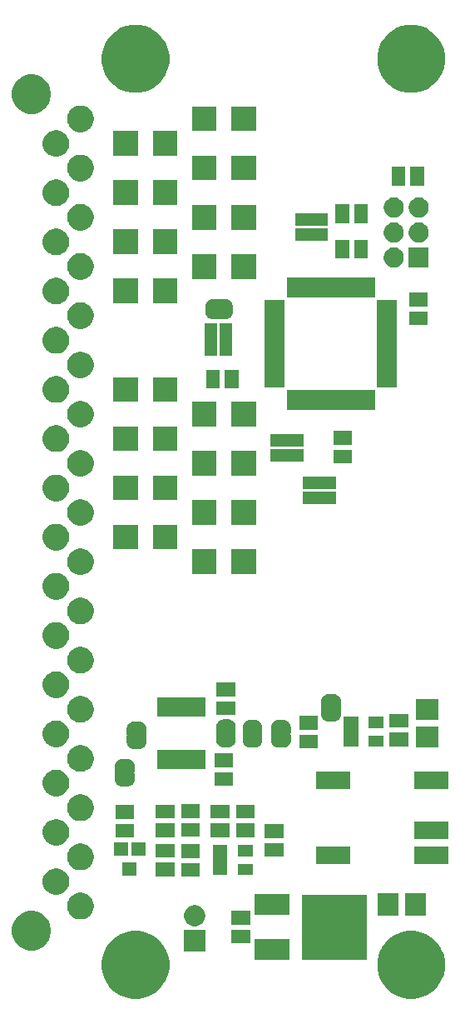
<source format=gts>
G04 #@! TF.GenerationSoftware,KiCad,Pcbnew,(5.1.5)-3*
G04 #@! TF.CreationDate,2022-01-12T20:14:22+01:00*
G04 #@! TF.ProjectId,gbm8,67626d38-2e6b-4696-9361-645f70636258,0424 - A*
G04 #@! TF.SameCoordinates,Original*
G04 #@! TF.FileFunction,Soldermask,Top*
G04 #@! TF.FilePolarity,Negative*
%FSLAX46Y46*%
G04 Gerber Fmt 4.6, Leading zero omitted, Abs format (unit mm)*
G04 Created by KiCad (PCBNEW (5.1.5)-3) date 2022-01-12 20:14:22*
%MOMM*%
%LPD*%
G04 APERTURE LIST*
%ADD10C,0.150000*%
G04 APERTURE END LIST*
D10*
G36*
X174362610Y-143617350D02*
G01*
X174991270Y-143877750D01*
X174991272Y-143877751D01*
X175133676Y-143972903D01*
X175557051Y-144255792D01*
X176038208Y-144736949D01*
X176229658Y-145023475D01*
X176376204Y-145242796D01*
X176416250Y-145302730D01*
X176676650Y-145931390D01*
X176809400Y-146598770D01*
X176809400Y-147279230D01*
X176676650Y-147946610D01*
X176416250Y-148575270D01*
X176038208Y-149141051D01*
X175557051Y-149622208D01*
X175133676Y-149905097D01*
X174991272Y-150000249D01*
X174991271Y-150000250D01*
X174991270Y-150000250D01*
X174362610Y-150260650D01*
X173695230Y-150393400D01*
X173014770Y-150393400D01*
X172347390Y-150260650D01*
X171718730Y-150000250D01*
X171718729Y-150000250D01*
X171718728Y-150000249D01*
X171576324Y-149905097D01*
X171152949Y-149622208D01*
X170671792Y-149141051D01*
X170293750Y-148575270D01*
X170033350Y-147946610D01*
X169900600Y-147279230D01*
X169900600Y-146598770D01*
X170033350Y-145931390D01*
X170293750Y-145302730D01*
X170333797Y-145242796D01*
X170480342Y-145023475D01*
X170671792Y-144736949D01*
X171152949Y-144255792D01*
X171576324Y-143972903D01*
X171718728Y-143877751D01*
X171718730Y-143877750D01*
X172347390Y-143617350D01*
X173014770Y-143484600D01*
X173695230Y-143484600D01*
X174362610Y-143617350D01*
G37*
G36*
X146295610Y-143617350D02*
G01*
X146924270Y-143877750D01*
X146924272Y-143877751D01*
X147066676Y-143972903D01*
X147490051Y-144255792D01*
X147971208Y-144736949D01*
X148162658Y-145023475D01*
X148309204Y-145242796D01*
X148349250Y-145302730D01*
X148609650Y-145931390D01*
X148742400Y-146598770D01*
X148742400Y-147279230D01*
X148609650Y-147946610D01*
X148349250Y-148575270D01*
X147971208Y-149141051D01*
X147490051Y-149622208D01*
X147066676Y-149905097D01*
X146924272Y-150000249D01*
X146924271Y-150000250D01*
X146924270Y-150000250D01*
X146295610Y-150260650D01*
X145628230Y-150393400D01*
X144947770Y-150393400D01*
X144280390Y-150260650D01*
X143651730Y-150000250D01*
X143651729Y-150000250D01*
X143651728Y-150000249D01*
X143509324Y-149905097D01*
X143085949Y-149622208D01*
X142604792Y-149141051D01*
X142226750Y-148575270D01*
X141966350Y-147946610D01*
X141833600Y-147279230D01*
X141833600Y-146598770D01*
X141966350Y-145931390D01*
X142226750Y-145302730D01*
X142266797Y-145242796D01*
X142413342Y-145023475D01*
X142604792Y-144736949D01*
X143085949Y-144255792D01*
X143509324Y-143972903D01*
X143651728Y-143877751D01*
X143651730Y-143877750D01*
X144280390Y-143617350D01*
X144947770Y-143484600D01*
X145628230Y-143484600D01*
X146295610Y-143617350D01*
G37*
G36*
X160978000Y-146465500D02*
G01*
X157422000Y-146465500D01*
X157422000Y-144306500D01*
X160978000Y-144306500D01*
X160978000Y-146465500D01*
G37*
G36*
X168852000Y-146402000D02*
G01*
X162248000Y-146402000D01*
X162248000Y-139798000D01*
X168852000Y-139798000D01*
X168852000Y-146402000D01*
G37*
G36*
X152379500Y-145549500D02*
G01*
X150220500Y-145549500D01*
X150220500Y-143390500D01*
X152379500Y-143390500D01*
X152379500Y-145549500D01*
G37*
G36*
X135283302Y-141539774D02*
G01*
X135648017Y-141690844D01*
X135648018Y-141690845D01*
X135976254Y-141910165D01*
X136255395Y-142189306D01*
X136307117Y-142266714D01*
X136474716Y-142517543D01*
X136625786Y-142882258D01*
X136702800Y-143269436D01*
X136702800Y-143664204D01*
X136625786Y-144051382D01*
X136474716Y-144416097D01*
X136474715Y-144416098D01*
X136255395Y-144744334D01*
X135976254Y-145023475D01*
X135811021Y-145133880D01*
X135648017Y-145242796D01*
X135283302Y-145393866D01*
X134896124Y-145470880D01*
X134501356Y-145470880D01*
X134114178Y-145393866D01*
X133749463Y-145242796D01*
X133586459Y-145133880D01*
X133421226Y-145023475D01*
X133142085Y-144744334D01*
X132922765Y-144416098D01*
X132922764Y-144416097D01*
X132771694Y-144051382D01*
X132694680Y-143664204D01*
X132694680Y-143269436D01*
X132771694Y-142882258D01*
X132922764Y-142517543D01*
X133090363Y-142266714D01*
X133142085Y-142189306D01*
X133421226Y-141910165D01*
X133749462Y-141690845D01*
X133749463Y-141690844D01*
X134114178Y-141539774D01*
X134501356Y-141462760D01*
X134896124Y-141462760D01*
X135283302Y-141539774D01*
G37*
G36*
X156952500Y-144751000D02*
G01*
X155047500Y-144751000D01*
X155047500Y-143354000D01*
X156952500Y-143354000D01*
X156952500Y-144751000D01*
G37*
G36*
X151614877Y-140891984D02*
G01*
X151811333Y-140973359D01*
X151811335Y-140973360D01*
X151988141Y-141091498D01*
X152138502Y-141241859D01*
X152256640Y-141418665D01*
X152256641Y-141418667D01*
X152338016Y-141615123D01*
X152379500Y-141823677D01*
X152379500Y-142036323D01*
X152338016Y-142244877D01*
X152256641Y-142441333D01*
X152256640Y-142441335D01*
X152138502Y-142618141D01*
X151988141Y-142768502D01*
X151811335Y-142886640D01*
X151811334Y-142886641D01*
X151811333Y-142886641D01*
X151614877Y-142968016D01*
X151406323Y-143009500D01*
X151193677Y-143009500D01*
X150985123Y-142968016D01*
X150788667Y-142886641D01*
X150788666Y-142886641D01*
X150788665Y-142886640D01*
X150611859Y-142768502D01*
X150461498Y-142618141D01*
X150343360Y-142441335D01*
X150343359Y-142441333D01*
X150261984Y-142244877D01*
X150220500Y-142036323D01*
X150220500Y-141823677D01*
X150261984Y-141615123D01*
X150343359Y-141418667D01*
X150343360Y-141418665D01*
X150461498Y-141241859D01*
X150611859Y-141091498D01*
X150788665Y-140973360D01*
X150788667Y-140973359D01*
X150985123Y-140891984D01*
X151193677Y-140850500D01*
X151406323Y-140850500D01*
X151614877Y-140891984D01*
G37*
G36*
X156952500Y-142846000D02*
G01*
X155047500Y-142846000D01*
X155047500Y-141449000D01*
X156952500Y-141449000D01*
X156952500Y-142846000D01*
G37*
G36*
X140094895Y-139663126D02*
G01*
X140341274Y-139765180D01*
X140563010Y-139913339D01*
X140751581Y-140101910D01*
X140899740Y-140323646D01*
X141001794Y-140570025D01*
X141053820Y-140831580D01*
X141053820Y-141098260D01*
X141001794Y-141359815D01*
X140899740Y-141606194D01*
X140751581Y-141827930D01*
X140563010Y-142016501D01*
X140341274Y-142164660D01*
X140094895Y-142266714D01*
X139833340Y-142318740D01*
X139566660Y-142318740D01*
X139305105Y-142266714D01*
X139058726Y-142164660D01*
X138836990Y-142016501D01*
X138648419Y-141827930D01*
X138500260Y-141606194D01*
X138398206Y-141359815D01*
X138346180Y-141098260D01*
X138346180Y-140831580D01*
X138398206Y-140570025D01*
X138500260Y-140323646D01*
X138648419Y-140101910D01*
X138836990Y-139913339D01*
X139058726Y-139765180D01*
X139305105Y-139663126D01*
X139566660Y-139611100D01*
X139833340Y-139611100D01*
X140094895Y-139663126D01*
G37*
G36*
X174851100Y-141955700D02*
G01*
X172742900Y-141955700D01*
X172742900Y-139644300D01*
X174851100Y-139644300D01*
X174851100Y-141955700D01*
G37*
G36*
X172057100Y-141955700D02*
G01*
X169948900Y-141955700D01*
X169948900Y-139644300D01*
X172057100Y-139644300D01*
X172057100Y-141955700D01*
G37*
G36*
X160978000Y-141893500D02*
G01*
X157422000Y-141893500D01*
X157422000Y-139734500D01*
X160978000Y-139734500D01*
X160978000Y-141893500D01*
G37*
G36*
X137592995Y-137163766D02*
G01*
X137839374Y-137265820D01*
X138061110Y-137413979D01*
X138249681Y-137602550D01*
X138397840Y-137824286D01*
X138499894Y-138070665D01*
X138551920Y-138332220D01*
X138551920Y-138598900D01*
X138499894Y-138860455D01*
X138397840Y-139106834D01*
X138249681Y-139328570D01*
X138061110Y-139517141D01*
X137839374Y-139665300D01*
X137592995Y-139767354D01*
X137331440Y-139819380D01*
X137064760Y-139819380D01*
X136803205Y-139767354D01*
X136556826Y-139665300D01*
X136335090Y-139517141D01*
X136146519Y-139328570D01*
X135998360Y-139106834D01*
X135896306Y-138860455D01*
X135844280Y-138598900D01*
X135844280Y-138332220D01*
X135896306Y-138070665D01*
X135998360Y-137824286D01*
X136146519Y-137602550D01*
X136335090Y-137413979D01*
X136556826Y-137265820D01*
X136803205Y-137163766D01*
X137064760Y-137111740D01*
X137331440Y-137111740D01*
X137592995Y-137163766D01*
G37*
G36*
X151852500Y-138003500D02*
G01*
X149947500Y-138003500D01*
X149947500Y-136606500D01*
X151852500Y-136606500D01*
X151852500Y-138003500D01*
G37*
G36*
X149252500Y-137951000D02*
G01*
X147347500Y-137951000D01*
X147347500Y-136554000D01*
X149252500Y-136554000D01*
X149252500Y-137951000D01*
G37*
G36*
X145411200Y-137911200D02*
G01*
X143988800Y-137911200D01*
X143988800Y-136488800D01*
X145411200Y-136488800D01*
X145411200Y-137911200D01*
G37*
G36*
X157254000Y-137834000D02*
G01*
X155746000Y-137834000D01*
X155746000Y-136666000D01*
X157254000Y-136666000D01*
X157254000Y-137834000D01*
G37*
G36*
X154654000Y-137834000D02*
G01*
X153146000Y-137834000D01*
X153146000Y-134766000D01*
X154654000Y-134766000D01*
X154654000Y-137834000D01*
G37*
G36*
X140094895Y-134664406D02*
G01*
X140341274Y-134766460D01*
X140563010Y-134914619D01*
X140751581Y-135103190D01*
X140899740Y-135324926D01*
X141001794Y-135571305D01*
X141053820Y-135832860D01*
X141053820Y-136099540D01*
X141001794Y-136361095D01*
X140899740Y-136607474D01*
X140751581Y-136829210D01*
X140563010Y-137017781D01*
X140341274Y-137165940D01*
X140094895Y-137267994D01*
X139833340Y-137320020D01*
X139566660Y-137320020D01*
X139305105Y-137267994D01*
X139058726Y-137165940D01*
X138836990Y-137017781D01*
X138648419Y-136829210D01*
X138500260Y-136607474D01*
X138398206Y-136361095D01*
X138346180Y-136099540D01*
X138346180Y-135832860D01*
X138398206Y-135571305D01*
X138500260Y-135324926D01*
X138648419Y-135103190D01*
X138836990Y-134914619D01*
X139058726Y-134766460D01*
X139305105Y-134664406D01*
X139566660Y-134612380D01*
X139833340Y-134612380D01*
X140094895Y-134664406D01*
G37*
G36*
X167154000Y-136699000D02*
G01*
X163646000Y-136699000D01*
X163646000Y-134921000D01*
X167154000Y-134921000D01*
X167154000Y-136699000D01*
G37*
G36*
X177154000Y-136699000D02*
G01*
X173646000Y-136699000D01*
X173646000Y-134921000D01*
X177154000Y-134921000D01*
X177154000Y-136699000D01*
G37*
G36*
X151852500Y-136098500D02*
G01*
X149947500Y-136098500D01*
X149947500Y-134701500D01*
X151852500Y-134701500D01*
X151852500Y-136098500D01*
G37*
G36*
X149252500Y-136046000D02*
G01*
X147347500Y-136046000D01*
X147347500Y-134649000D01*
X149252500Y-134649000D01*
X149252500Y-136046000D01*
G37*
G36*
X160352500Y-135951000D02*
G01*
X158447500Y-135951000D01*
X158447500Y-134554000D01*
X160352500Y-134554000D01*
X160352500Y-135951000D01*
G37*
G36*
X157254000Y-135934000D02*
G01*
X155746000Y-135934000D01*
X155746000Y-134766000D01*
X157254000Y-134766000D01*
X157254000Y-135934000D01*
G37*
G36*
X144522200Y-135879200D02*
G01*
X143099800Y-135879200D01*
X143099800Y-134456800D01*
X144522200Y-134456800D01*
X144522200Y-135879200D01*
G37*
G36*
X146300200Y-135879200D02*
G01*
X144877800Y-135879200D01*
X144877800Y-134456800D01*
X146300200Y-134456800D01*
X146300200Y-135879200D01*
G37*
G36*
X137592995Y-132162506D02*
G01*
X137839374Y-132264560D01*
X138061110Y-132412719D01*
X138249681Y-132601290D01*
X138397840Y-132823026D01*
X138499894Y-133069405D01*
X138551920Y-133330960D01*
X138551920Y-133597640D01*
X138499894Y-133859195D01*
X138397840Y-134105574D01*
X138249681Y-134327310D01*
X138061110Y-134515881D01*
X137839374Y-134664040D01*
X137592995Y-134766094D01*
X137331440Y-134818120D01*
X137064760Y-134818120D01*
X136803205Y-134766094D01*
X136556826Y-134664040D01*
X136335090Y-134515881D01*
X136146519Y-134327310D01*
X135998360Y-134105574D01*
X135896306Y-133859195D01*
X135844280Y-133597640D01*
X135844280Y-133330960D01*
X135896306Y-133069405D01*
X135998360Y-132823026D01*
X136146519Y-132601290D01*
X136335090Y-132412719D01*
X136556826Y-132264560D01*
X136803205Y-132162506D01*
X137064760Y-132110480D01*
X137331440Y-132110480D01*
X137592995Y-132162506D01*
G37*
G36*
X177154000Y-134159000D02*
G01*
X173646000Y-134159000D01*
X173646000Y-132381000D01*
X177154000Y-132381000D01*
X177154000Y-134159000D01*
G37*
G36*
X160352500Y-134046000D02*
G01*
X158447500Y-134046000D01*
X158447500Y-132649000D01*
X160352500Y-132649000D01*
X160352500Y-134046000D01*
G37*
G36*
X145152500Y-133998500D02*
G01*
X143247500Y-133998500D01*
X143247500Y-132601500D01*
X145152500Y-132601500D01*
X145152500Y-133998500D01*
G37*
G36*
X154852500Y-133951000D02*
G01*
X152947500Y-133951000D01*
X152947500Y-132554000D01*
X154852500Y-132554000D01*
X154852500Y-133951000D01*
G37*
G36*
X149252500Y-133951000D02*
G01*
X147347500Y-133951000D01*
X147347500Y-132554000D01*
X149252500Y-132554000D01*
X149252500Y-133951000D01*
G37*
G36*
X157452500Y-133951000D02*
G01*
X155547500Y-133951000D01*
X155547500Y-132554000D01*
X157452500Y-132554000D01*
X157452500Y-133951000D01*
G37*
G36*
X151852500Y-133903500D02*
G01*
X149947500Y-133903500D01*
X149947500Y-132506500D01*
X151852500Y-132506500D01*
X151852500Y-133903500D01*
G37*
G36*
X140094895Y-129663146D02*
G01*
X140341274Y-129765200D01*
X140563010Y-129913359D01*
X140751581Y-130101930D01*
X140899740Y-130323666D01*
X141001794Y-130570045D01*
X141053820Y-130831600D01*
X141053820Y-131098280D01*
X141001794Y-131359835D01*
X140899740Y-131606214D01*
X140751581Y-131827950D01*
X140563010Y-132016521D01*
X140341274Y-132164680D01*
X140094895Y-132266734D01*
X139833340Y-132318760D01*
X139566660Y-132318760D01*
X139305105Y-132266734D01*
X139058726Y-132164680D01*
X138836990Y-132016521D01*
X138648419Y-131827950D01*
X138500260Y-131606214D01*
X138398206Y-131359835D01*
X138346180Y-131098280D01*
X138346180Y-130831600D01*
X138398206Y-130570045D01*
X138500260Y-130323666D01*
X138648419Y-130101930D01*
X138836990Y-129913359D01*
X139058726Y-129765200D01*
X139305105Y-129663146D01*
X139566660Y-129611120D01*
X139833340Y-129611120D01*
X140094895Y-129663146D01*
G37*
G36*
X145152500Y-132093500D02*
G01*
X143247500Y-132093500D01*
X143247500Y-130696500D01*
X145152500Y-130696500D01*
X145152500Y-132093500D01*
G37*
G36*
X157452500Y-132046000D02*
G01*
X155547500Y-132046000D01*
X155547500Y-130649000D01*
X157452500Y-130649000D01*
X157452500Y-132046000D01*
G37*
G36*
X154852500Y-132046000D02*
G01*
X152947500Y-132046000D01*
X152947500Y-130649000D01*
X154852500Y-130649000D01*
X154852500Y-132046000D01*
G37*
G36*
X149252500Y-132046000D02*
G01*
X147347500Y-132046000D01*
X147347500Y-130649000D01*
X149252500Y-130649000D01*
X149252500Y-132046000D01*
G37*
G36*
X151852500Y-131998500D02*
G01*
X149947500Y-131998500D01*
X149947500Y-130601500D01*
X151852500Y-130601500D01*
X151852500Y-131998500D01*
G37*
G36*
X137592995Y-127163786D02*
G01*
X137839374Y-127265840D01*
X138061110Y-127413999D01*
X138249681Y-127602570D01*
X138397840Y-127824306D01*
X138499894Y-128070685D01*
X138551920Y-128332240D01*
X138551920Y-128598920D01*
X138499894Y-128860475D01*
X138397840Y-129106854D01*
X138249681Y-129328590D01*
X138061110Y-129517161D01*
X137839374Y-129665320D01*
X137592995Y-129767374D01*
X137331440Y-129819400D01*
X137064760Y-129819400D01*
X136803205Y-129767374D01*
X136556826Y-129665320D01*
X136335090Y-129517161D01*
X136146519Y-129328590D01*
X135998360Y-129106854D01*
X135896306Y-128860475D01*
X135844280Y-128598920D01*
X135844280Y-128332240D01*
X135896306Y-128070685D01*
X135998360Y-127824306D01*
X136146519Y-127602570D01*
X136335090Y-127413999D01*
X136556826Y-127265840D01*
X136803205Y-127163786D01*
X137064760Y-127111760D01*
X137331440Y-127111760D01*
X137592995Y-127163786D01*
G37*
G36*
X167154000Y-129079000D02*
G01*
X163646000Y-129079000D01*
X163646000Y-127301000D01*
X167154000Y-127301000D01*
X167154000Y-129079000D01*
G37*
G36*
X177154000Y-129079000D02*
G01*
X173646000Y-129079000D01*
X173646000Y-127301000D01*
X177154000Y-127301000D01*
X177154000Y-129079000D01*
G37*
G36*
X144462196Y-125995972D02*
G01*
X144474448Y-125996574D01*
X144492868Y-125996574D01*
X144535018Y-126000725D01*
X144548802Y-126002083D01*
X144548803Y-126002083D01*
X144554944Y-126002688D01*
X144639029Y-126019414D01*
X144644931Y-126021204D01*
X144644935Y-126021205D01*
X144664437Y-126027121D01*
X144698723Y-126037521D01*
X144777926Y-126070327D01*
X144832933Y-126099729D01*
X144904227Y-126147367D01*
X144952438Y-126186932D01*
X145013068Y-126247562D01*
X145052633Y-126295773D01*
X145100271Y-126367067D01*
X145129673Y-126422074D01*
X145162479Y-126501277D01*
X145180586Y-126560971D01*
X145197312Y-126645056D01*
X145203426Y-126707132D01*
X145203426Y-126725552D01*
X145204028Y-126737804D01*
X145205834Y-126756140D01*
X145205834Y-127243859D01*
X145205229Y-127250000D01*
X145200325Y-127299793D01*
X145195955Y-127314199D01*
X145183628Y-127354836D01*
X145179949Y-127363717D01*
X145175169Y-127387750D01*
X145175169Y-127412254D01*
X145179950Y-127436287D01*
X145183629Y-127445168D01*
X145185801Y-127452328D01*
X145200325Y-127500207D01*
X145203153Y-127528917D01*
X145205834Y-127556141D01*
X145205834Y-128043860D01*
X145204028Y-128062196D01*
X145203426Y-128074448D01*
X145203426Y-128092868D01*
X145197312Y-128154944D01*
X145180586Y-128239029D01*
X145162479Y-128298723D01*
X145129673Y-128377926D01*
X145100271Y-128432933D01*
X145052633Y-128504227D01*
X145013068Y-128552438D01*
X144952438Y-128613068D01*
X144904227Y-128652633D01*
X144832933Y-128700271D01*
X144777926Y-128729673D01*
X144698723Y-128762479D01*
X144664437Y-128772879D01*
X144644935Y-128778795D01*
X144644931Y-128778796D01*
X144639029Y-128780586D01*
X144554944Y-128797312D01*
X144548803Y-128797917D01*
X144548802Y-128797917D01*
X144535018Y-128799275D01*
X144492868Y-128803426D01*
X144474448Y-128803426D01*
X144462196Y-128804028D01*
X144443860Y-128805834D01*
X143956140Y-128805834D01*
X143937804Y-128804028D01*
X143925552Y-128803426D01*
X143907132Y-128803426D01*
X143864982Y-128799275D01*
X143851198Y-128797917D01*
X143851197Y-128797917D01*
X143845056Y-128797312D01*
X143760971Y-128780586D01*
X143755069Y-128778796D01*
X143755065Y-128778795D01*
X143735563Y-128772879D01*
X143701277Y-128762479D01*
X143622074Y-128729673D01*
X143567067Y-128700271D01*
X143495773Y-128652633D01*
X143447562Y-128613068D01*
X143386932Y-128552438D01*
X143347367Y-128504227D01*
X143299729Y-128432933D01*
X143270327Y-128377926D01*
X143237521Y-128298723D01*
X143219414Y-128239029D01*
X143202688Y-128154944D01*
X143196574Y-128092868D01*
X143196574Y-128074448D01*
X143195972Y-128062196D01*
X143194166Y-128043860D01*
X143194166Y-127556141D01*
X143196847Y-127528917D01*
X143199675Y-127500207D01*
X143214199Y-127452328D01*
X143216372Y-127445164D01*
X143220051Y-127436283D01*
X143224831Y-127412250D01*
X143224831Y-127387746D01*
X143220050Y-127363713D01*
X143216371Y-127354832D01*
X143204045Y-127314199D01*
X143199675Y-127299793D01*
X143194771Y-127250000D01*
X143194166Y-127243859D01*
X143194166Y-126756140D01*
X143195972Y-126737804D01*
X143196574Y-126725552D01*
X143196574Y-126707132D01*
X143202688Y-126645056D01*
X143219414Y-126560971D01*
X143237521Y-126501277D01*
X143270327Y-126422074D01*
X143299729Y-126367067D01*
X143347367Y-126295773D01*
X143386932Y-126247562D01*
X143447562Y-126186932D01*
X143495773Y-126147367D01*
X143567067Y-126099729D01*
X143622074Y-126070327D01*
X143701277Y-126037521D01*
X143735563Y-126027121D01*
X143755065Y-126021205D01*
X143755069Y-126021204D01*
X143760971Y-126019414D01*
X143845056Y-126002688D01*
X143851197Y-126002083D01*
X143851198Y-126002083D01*
X143864982Y-126000725D01*
X143907132Y-125996574D01*
X143925552Y-125996574D01*
X143937804Y-125995972D01*
X143956140Y-125994166D01*
X144443860Y-125994166D01*
X144462196Y-125995972D01*
G37*
G36*
X155252500Y-128751000D02*
G01*
X153347500Y-128751000D01*
X153347500Y-127354000D01*
X155252500Y-127354000D01*
X155252500Y-128751000D01*
G37*
G36*
X140094895Y-124664426D02*
G01*
X140341274Y-124766480D01*
X140563010Y-124914639D01*
X140751581Y-125103210D01*
X140899740Y-125324946D01*
X141001794Y-125571325D01*
X141053820Y-125832880D01*
X141053820Y-126099560D01*
X141001794Y-126361115D01*
X140899740Y-126607494D01*
X140751581Y-126829230D01*
X140563010Y-127017801D01*
X140341274Y-127165960D01*
X140094895Y-127268014D01*
X139833340Y-127320040D01*
X139566660Y-127320040D01*
X139305105Y-127268014D01*
X139058726Y-127165960D01*
X138836990Y-127017801D01*
X138648419Y-126829230D01*
X138500260Y-126607494D01*
X138398206Y-126361115D01*
X138346180Y-126099560D01*
X138346180Y-125832880D01*
X138398206Y-125571325D01*
X138500260Y-125324946D01*
X138648419Y-125103210D01*
X138836990Y-124914639D01*
X139058726Y-124766480D01*
X139305105Y-124664426D01*
X139566660Y-124612400D01*
X139833340Y-124612400D01*
X140094895Y-124664426D01*
G37*
G36*
X152458720Y-127020770D02*
G01*
X147541280Y-127020770D01*
X147541280Y-125113230D01*
X152458720Y-125113230D01*
X152458720Y-127020770D01*
G37*
G36*
X155252500Y-126846000D02*
G01*
X153347500Y-126846000D01*
X153347500Y-125449000D01*
X155252500Y-125449000D01*
X155252500Y-126846000D01*
G37*
G36*
X145662196Y-122195972D02*
G01*
X145674448Y-122196574D01*
X145692868Y-122196574D01*
X145735018Y-122200725D01*
X145748802Y-122202083D01*
X145748803Y-122202083D01*
X145754944Y-122202688D01*
X145839029Y-122219414D01*
X145844931Y-122221204D01*
X145844935Y-122221205D01*
X145864437Y-122227121D01*
X145898723Y-122237521D01*
X145977926Y-122270327D01*
X146032933Y-122299729D01*
X146104227Y-122347367D01*
X146152438Y-122386932D01*
X146213068Y-122447562D01*
X146252633Y-122495773D01*
X146300271Y-122567067D01*
X146329673Y-122622074D01*
X146362479Y-122701277D01*
X146369842Y-122725552D01*
X146377259Y-122750000D01*
X146380586Y-122760971D01*
X146397312Y-122845056D01*
X146403426Y-122907132D01*
X146403426Y-122925552D01*
X146404028Y-122937804D01*
X146405834Y-122956140D01*
X146405834Y-123443859D01*
X146405229Y-123450000D01*
X146400325Y-123499793D01*
X146395955Y-123514199D01*
X146383628Y-123554836D01*
X146379949Y-123563717D01*
X146375169Y-123587750D01*
X146375169Y-123612254D01*
X146379950Y-123636287D01*
X146383629Y-123645168D01*
X146385801Y-123652328D01*
X146400325Y-123700207D01*
X146403153Y-123728917D01*
X146405834Y-123756141D01*
X146405834Y-124243860D01*
X146404028Y-124262196D01*
X146403426Y-124274448D01*
X146403426Y-124292868D01*
X146397312Y-124354944D01*
X146380586Y-124439029D01*
X146362479Y-124498723D01*
X146329673Y-124577926D01*
X146300271Y-124632933D01*
X146252633Y-124704227D01*
X146213068Y-124752438D01*
X146152438Y-124813068D01*
X146104227Y-124852633D01*
X146032933Y-124900271D01*
X145977926Y-124929673D01*
X145898723Y-124962479D01*
X145864437Y-124972879D01*
X145844935Y-124978795D01*
X145844931Y-124978796D01*
X145839029Y-124980586D01*
X145754944Y-124997312D01*
X145748803Y-124997917D01*
X145748802Y-124997917D01*
X145735018Y-124999275D01*
X145692868Y-125003426D01*
X145674448Y-125003426D01*
X145662196Y-125004028D01*
X145643860Y-125005834D01*
X145156140Y-125005834D01*
X145137804Y-125004028D01*
X145125552Y-125003426D01*
X145107132Y-125003426D01*
X145064982Y-124999275D01*
X145051198Y-124997917D01*
X145051197Y-124997917D01*
X145045056Y-124997312D01*
X144960971Y-124980586D01*
X144955069Y-124978796D01*
X144955065Y-124978795D01*
X144935563Y-124972879D01*
X144901277Y-124962479D01*
X144822074Y-124929673D01*
X144767067Y-124900271D01*
X144695773Y-124852633D01*
X144647562Y-124813068D01*
X144586932Y-124752438D01*
X144547367Y-124704227D01*
X144499729Y-124632933D01*
X144470327Y-124577926D01*
X144437521Y-124498723D01*
X144419414Y-124439029D01*
X144402688Y-124354944D01*
X144396574Y-124292868D01*
X144396574Y-124274448D01*
X144395972Y-124262196D01*
X144394166Y-124243860D01*
X144394166Y-123756141D01*
X144396847Y-123728917D01*
X144399675Y-123700207D01*
X144414199Y-123652328D01*
X144416372Y-123645164D01*
X144420051Y-123636283D01*
X144424831Y-123612250D01*
X144424831Y-123587746D01*
X144420050Y-123563713D01*
X144416371Y-123554832D01*
X144404045Y-123514199D01*
X144399675Y-123499793D01*
X144394771Y-123450000D01*
X144394166Y-123443859D01*
X144394166Y-122956140D01*
X144395972Y-122937804D01*
X144396574Y-122925552D01*
X144396574Y-122907132D01*
X144402688Y-122845056D01*
X144419414Y-122760971D01*
X144422742Y-122750000D01*
X144430158Y-122725552D01*
X144437521Y-122701277D01*
X144470327Y-122622074D01*
X144499729Y-122567067D01*
X144547367Y-122495773D01*
X144586932Y-122447562D01*
X144647562Y-122386932D01*
X144695773Y-122347367D01*
X144767067Y-122299729D01*
X144822074Y-122270327D01*
X144901277Y-122237521D01*
X144935563Y-122227121D01*
X144955065Y-122221205D01*
X144955069Y-122221204D01*
X144960971Y-122219414D01*
X145045056Y-122202688D01*
X145051197Y-122202083D01*
X145051198Y-122202083D01*
X145064982Y-122200725D01*
X145107132Y-122196574D01*
X145125552Y-122196574D01*
X145137804Y-122195972D01*
X145156140Y-122194166D01*
X145643860Y-122194166D01*
X145662196Y-122195972D01*
G37*
G36*
X163852500Y-124951000D02*
G01*
X161947500Y-124951000D01*
X161947500Y-123554000D01*
X163852500Y-123554000D01*
X163852500Y-124951000D01*
G37*
G36*
X157462196Y-122045972D02*
G01*
X157474448Y-122046574D01*
X157492868Y-122046574D01*
X157535018Y-122050725D01*
X157548802Y-122052083D01*
X157548803Y-122052083D01*
X157554944Y-122052688D01*
X157639029Y-122069414D01*
X157644931Y-122071204D01*
X157644935Y-122071205D01*
X157664437Y-122077121D01*
X157698723Y-122087521D01*
X157777926Y-122120327D01*
X157832933Y-122149729D01*
X157904227Y-122197367D01*
X157952438Y-122236932D01*
X158013068Y-122297562D01*
X158052633Y-122345773D01*
X158100271Y-122417067D01*
X158129673Y-122472074D01*
X158162479Y-122551277D01*
X158180586Y-122610971D01*
X158197312Y-122695056D01*
X158203426Y-122757132D01*
X158203426Y-122775552D01*
X158204028Y-122787804D01*
X158205834Y-122806140D01*
X158205834Y-123293859D01*
X158205229Y-123300000D01*
X158200325Y-123349793D01*
X158198796Y-123354832D01*
X158183628Y-123404836D01*
X158179949Y-123413717D01*
X158175169Y-123437750D01*
X158175169Y-123462254D01*
X158179950Y-123486287D01*
X158183629Y-123495168D01*
X158185801Y-123502328D01*
X158200325Y-123550207D01*
X158202228Y-123569526D01*
X158205834Y-123606141D01*
X158205834Y-124093860D01*
X158204028Y-124112196D01*
X158203426Y-124124448D01*
X158203426Y-124142868D01*
X158197312Y-124204944D01*
X158180586Y-124289029D01*
X158162479Y-124348723D01*
X158129673Y-124427926D01*
X158100271Y-124482933D01*
X158052633Y-124554227D01*
X158013068Y-124602438D01*
X157952438Y-124663068D01*
X157904227Y-124702633D01*
X157832933Y-124750271D01*
X157777926Y-124779673D01*
X157698723Y-124812479D01*
X157664437Y-124822879D01*
X157644935Y-124828795D01*
X157644931Y-124828796D01*
X157639029Y-124830586D01*
X157554944Y-124847312D01*
X157548803Y-124847917D01*
X157548802Y-124847917D01*
X157535018Y-124849275D01*
X157492868Y-124853426D01*
X157474448Y-124853426D01*
X157462196Y-124854028D01*
X157443860Y-124855834D01*
X156956140Y-124855834D01*
X156937804Y-124854028D01*
X156925552Y-124853426D01*
X156907132Y-124853426D01*
X156864982Y-124849275D01*
X156851198Y-124847917D01*
X156851197Y-124847917D01*
X156845056Y-124847312D01*
X156760971Y-124830586D01*
X156755069Y-124828796D01*
X156755065Y-124828795D01*
X156735563Y-124822879D01*
X156701277Y-124812479D01*
X156622074Y-124779673D01*
X156567067Y-124750271D01*
X156495773Y-124702633D01*
X156447562Y-124663068D01*
X156386932Y-124602438D01*
X156347367Y-124554227D01*
X156299729Y-124482933D01*
X156270327Y-124427926D01*
X156237521Y-124348723D01*
X156219414Y-124289029D01*
X156202688Y-124204944D01*
X156196574Y-124142868D01*
X156196574Y-124124448D01*
X156195972Y-124112196D01*
X156194166Y-124093860D01*
X156194166Y-123606141D01*
X156197772Y-123569526D01*
X156199675Y-123550207D01*
X156214199Y-123502328D01*
X156216372Y-123495164D01*
X156220051Y-123486283D01*
X156224831Y-123462250D01*
X156224831Y-123437746D01*
X156220050Y-123413713D01*
X156216371Y-123404832D01*
X156201204Y-123354832D01*
X156199675Y-123349793D01*
X156194771Y-123300000D01*
X156194166Y-123293859D01*
X156194166Y-122806140D01*
X156195972Y-122787804D01*
X156196574Y-122775552D01*
X156196574Y-122757132D01*
X156202688Y-122695056D01*
X156219414Y-122610971D01*
X156237521Y-122551277D01*
X156270327Y-122472074D01*
X156299729Y-122417067D01*
X156347367Y-122345773D01*
X156386932Y-122297562D01*
X156447562Y-122236932D01*
X156495773Y-122197367D01*
X156567067Y-122149729D01*
X156622074Y-122120327D01*
X156701277Y-122087521D01*
X156735563Y-122077121D01*
X156755065Y-122071205D01*
X156755069Y-122071204D01*
X156760971Y-122069414D01*
X156845056Y-122052688D01*
X156851197Y-122052083D01*
X156851198Y-122052083D01*
X156864982Y-122050725D01*
X156907132Y-122046574D01*
X156925552Y-122046574D01*
X156937804Y-122045972D01*
X156956140Y-122044166D01*
X157443860Y-122044166D01*
X157462196Y-122045972D01*
G37*
G36*
X160362196Y-122045972D02*
G01*
X160374448Y-122046574D01*
X160392868Y-122046574D01*
X160435018Y-122050725D01*
X160448802Y-122052083D01*
X160448803Y-122052083D01*
X160454944Y-122052688D01*
X160539029Y-122069414D01*
X160544931Y-122071204D01*
X160544935Y-122071205D01*
X160564437Y-122077121D01*
X160598723Y-122087521D01*
X160677926Y-122120327D01*
X160732933Y-122149729D01*
X160804227Y-122197367D01*
X160852438Y-122236932D01*
X160913068Y-122297562D01*
X160952633Y-122345773D01*
X161000271Y-122417067D01*
X161029673Y-122472074D01*
X161062479Y-122551277D01*
X161080586Y-122610971D01*
X161097312Y-122695056D01*
X161103426Y-122757132D01*
X161103426Y-122775552D01*
X161104028Y-122787804D01*
X161105834Y-122806140D01*
X161105834Y-123293859D01*
X161105229Y-123300000D01*
X161100325Y-123349793D01*
X161098796Y-123354832D01*
X161083628Y-123404836D01*
X161079949Y-123413717D01*
X161075169Y-123437750D01*
X161075169Y-123462254D01*
X161079950Y-123486287D01*
X161083629Y-123495168D01*
X161085801Y-123502328D01*
X161100325Y-123550207D01*
X161102228Y-123569526D01*
X161105834Y-123606141D01*
X161105834Y-124093860D01*
X161104028Y-124112196D01*
X161103426Y-124124448D01*
X161103426Y-124142868D01*
X161097312Y-124204944D01*
X161080586Y-124289029D01*
X161062479Y-124348723D01*
X161029673Y-124427926D01*
X161000271Y-124482933D01*
X160952633Y-124554227D01*
X160913068Y-124602438D01*
X160852438Y-124663068D01*
X160804227Y-124702633D01*
X160732933Y-124750271D01*
X160677926Y-124779673D01*
X160598723Y-124812479D01*
X160564437Y-124822879D01*
X160544935Y-124828795D01*
X160544931Y-124828796D01*
X160539029Y-124830586D01*
X160454944Y-124847312D01*
X160448803Y-124847917D01*
X160448802Y-124847917D01*
X160435018Y-124849275D01*
X160392868Y-124853426D01*
X160374448Y-124853426D01*
X160362196Y-124854028D01*
X160343860Y-124855834D01*
X159856140Y-124855834D01*
X159837804Y-124854028D01*
X159825552Y-124853426D01*
X159807132Y-124853426D01*
X159764982Y-124849275D01*
X159751198Y-124847917D01*
X159751197Y-124847917D01*
X159745056Y-124847312D01*
X159660971Y-124830586D01*
X159655069Y-124828796D01*
X159655065Y-124828795D01*
X159635563Y-124822879D01*
X159601277Y-124812479D01*
X159522074Y-124779673D01*
X159467067Y-124750271D01*
X159395773Y-124702633D01*
X159347562Y-124663068D01*
X159286932Y-124602438D01*
X159247367Y-124554227D01*
X159199729Y-124482933D01*
X159170327Y-124427926D01*
X159137521Y-124348723D01*
X159119414Y-124289029D01*
X159102688Y-124204944D01*
X159096574Y-124142868D01*
X159096574Y-124124448D01*
X159095972Y-124112196D01*
X159094166Y-124093860D01*
X159094166Y-123606141D01*
X159097772Y-123569526D01*
X159099675Y-123550207D01*
X159114199Y-123502328D01*
X159116372Y-123495164D01*
X159120051Y-123486283D01*
X159124831Y-123462250D01*
X159124831Y-123437746D01*
X159120050Y-123413713D01*
X159116371Y-123404832D01*
X159101204Y-123354832D01*
X159099675Y-123349793D01*
X159094771Y-123300000D01*
X159094166Y-123293859D01*
X159094166Y-122806140D01*
X159095972Y-122787804D01*
X159096574Y-122775552D01*
X159096574Y-122757132D01*
X159102688Y-122695056D01*
X159119414Y-122610971D01*
X159137521Y-122551277D01*
X159170327Y-122472074D01*
X159199729Y-122417067D01*
X159247367Y-122345773D01*
X159286932Y-122297562D01*
X159347562Y-122236932D01*
X159395773Y-122197367D01*
X159467067Y-122149729D01*
X159522074Y-122120327D01*
X159601277Y-122087521D01*
X159635563Y-122077121D01*
X159655065Y-122071205D01*
X159655069Y-122071204D01*
X159660971Y-122069414D01*
X159745056Y-122052688D01*
X159751197Y-122052083D01*
X159751198Y-122052083D01*
X159764982Y-122050725D01*
X159807132Y-122046574D01*
X159825552Y-122046574D01*
X159837804Y-122045972D01*
X159856140Y-122044166D01*
X160343860Y-122044166D01*
X160362196Y-122045972D01*
G37*
G36*
X176155700Y-124851100D02*
G01*
X173844300Y-124851100D01*
X173844300Y-122742900D01*
X176155700Y-122742900D01*
X176155700Y-124851100D01*
G37*
G36*
X137592995Y-122162526D02*
G01*
X137839374Y-122264580D01*
X138061110Y-122412739D01*
X138249681Y-122601310D01*
X138397840Y-122823046D01*
X138499894Y-123069425D01*
X138551920Y-123330980D01*
X138551920Y-123597660D01*
X138499894Y-123859215D01*
X138397840Y-124105594D01*
X138249681Y-124327330D01*
X138061110Y-124515901D01*
X137839374Y-124664060D01*
X137592995Y-124766114D01*
X137331440Y-124818140D01*
X137064760Y-124818140D01*
X136803205Y-124766114D01*
X136556826Y-124664060D01*
X136335090Y-124515901D01*
X136146519Y-124327330D01*
X135998360Y-124105594D01*
X135896306Y-123859215D01*
X135844280Y-123597660D01*
X135844280Y-123330980D01*
X135896306Y-123069425D01*
X135998360Y-122823046D01*
X136146519Y-122601310D01*
X136335090Y-122412739D01*
X136556826Y-122264580D01*
X136803205Y-122162526D01*
X137064760Y-122110500D01*
X137331440Y-122110500D01*
X137592995Y-122162526D01*
G37*
G36*
X154762196Y-121995972D02*
G01*
X154774448Y-121996574D01*
X154792868Y-121996574D01*
X154835018Y-122000725D01*
X154848802Y-122002083D01*
X154848803Y-122002083D01*
X154854944Y-122002688D01*
X154939029Y-122019414D01*
X154944931Y-122021204D01*
X154944935Y-122021205D01*
X154964437Y-122027121D01*
X154998723Y-122037521D01*
X155077926Y-122070327D01*
X155132933Y-122099729D01*
X155204227Y-122147367D01*
X155252438Y-122186932D01*
X155313068Y-122247562D01*
X155352633Y-122295773D01*
X155400271Y-122367067D01*
X155429673Y-122422074D01*
X155462479Y-122501277D01*
X155480586Y-122560971D01*
X155497312Y-122645056D01*
X155503426Y-122707132D01*
X155503426Y-122725552D01*
X155504028Y-122737804D01*
X155505834Y-122756140D01*
X155505834Y-123243859D01*
X155505229Y-123250000D01*
X155500325Y-123299793D01*
X155500262Y-123300000D01*
X155483628Y-123354836D01*
X155479949Y-123363717D01*
X155475169Y-123387750D01*
X155475169Y-123412254D01*
X155479950Y-123436287D01*
X155483629Y-123445168D01*
X155485801Y-123452328D01*
X155500325Y-123500207D01*
X155501508Y-123512215D01*
X155505834Y-123556141D01*
X155505834Y-124043860D01*
X155504028Y-124062196D01*
X155503426Y-124074448D01*
X155503426Y-124092868D01*
X155497312Y-124154944D01*
X155480586Y-124239029D01*
X155478796Y-124244931D01*
X155478795Y-124244935D01*
X155473559Y-124262196D01*
X155462479Y-124298723D01*
X155429673Y-124377926D01*
X155400271Y-124432933D01*
X155352633Y-124504227D01*
X155313068Y-124552438D01*
X155252438Y-124613068D01*
X155204227Y-124652633D01*
X155132933Y-124700271D01*
X155077926Y-124729673D01*
X154998723Y-124762479D01*
X154964437Y-124772879D01*
X154944935Y-124778795D01*
X154944931Y-124778796D01*
X154939029Y-124780586D01*
X154854944Y-124797312D01*
X154848803Y-124797917D01*
X154848802Y-124797917D01*
X154835018Y-124799275D01*
X154792868Y-124803426D01*
X154774448Y-124803426D01*
X154762196Y-124804028D01*
X154743860Y-124805834D01*
X154256140Y-124805834D01*
X154237804Y-124804028D01*
X154225552Y-124803426D01*
X154207132Y-124803426D01*
X154164982Y-124799275D01*
X154151198Y-124797917D01*
X154151197Y-124797917D01*
X154145056Y-124797312D01*
X154060971Y-124780586D01*
X154055069Y-124778796D01*
X154055065Y-124778795D01*
X154035563Y-124772879D01*
X154001277Y-124762479D01*
X153922074Y-124729673D01*
X153867067Y-124700271D01*
X153795773Y-124652633D01*
X153747562Y-124613068D01*
X153686932Y-124552438D01*
X153647367Y-124504227D01*
X153599729Y-124432933D01*
X153570327Y-124377926D01*
X153537521Y-124298723D01*
X153526441Y-124262196D01*
X153521205Y-124244935D01*
X153521204Y-124244931D01*
X153519414Y-124239029D01*
X153502688Y-124154944D01*
X153496574Y-124092868D01*
X153496574Y-124074448D01*
X153495972Y-124062196D01*
X153494166Y-124043860D01*
X153494166Y-123556141D01*
X153498492Y-123512215D01*
X153499675Y-123500207D01*
X153514199Y-123452328D01*
X153516372Y-123445164D01*
X153520051Y-123436283D01*
X153524831Y-123412250D01*
X153524831Y-123387746D01*
X153520050Y-123363713D01*
X153516371Y-123354832D01*
X153499738Y-123300000D01*
X153499675Y-123299793D01*
X153494771Y-123250000D01*
X153494166Y-123243859D01*
X153494166Y-122756140D01*
X153495972Y-122737804D01*
X153496574Y-122725552D01*
X153496574Y-122707132D01*
X153502688Y-122645056D01*
X153519414Y-122560971D01*
X153537521Y-122501277D01*
X153570327Y-122422074D01*
X153599729Y-122367067D01*
X153647367Y-122295773D01*
X153686932Y-122247562D01*
X153747562Y-122186932D01*
X153795773Y-122147367D01*
X153867067Y-122099729D01*
X153922074Y-122070327D01*
X154001277Y-122037521D01*
X154035563Y-122027121D01*
X154055065Y-122021205D01*
X154055069Y-122021204D01*
X154060971Y-122019414D01*
X154145056Y-122002688D01*
X154151197Y-122002083D01*
X154151198Y-122002083D01*
X154164982Y-122000725D01*
X154207132Y-121996574D01*
X154225552Y-121996574D01*
X154237804Y-121995972D01*
X154256140Y-121994166D01*
X154743860Y-121994166D01*
X154762196Y-121995972D01*
G37*
G36*
X167954000Y-124784000D02*
G01*
X166446000Y-124784000D01*
X166446000Y-121716000D01*
X167954000Y-121716000D01*
X167954000Y-124784000D01*
G37*
G36*
X170554000Y-124784000D02*
G01*
X169046000Y-124784000D01*
X169046000Y-123616000D01*
X170554000Y-123616000D01*
X170554000Y-124784000D01*
G37*
G36*
X173052500Y-124751000D02*
G01*
X171147500Y-124751000D01*
X171147500Y-123354000D01*
X173052500Y-123354000D01*
X173052500Y-124751000D01*
G37*
G36*
X163852500Y-123046000D02*
G01*
X161947500Y-123046000D01*
X161947500Y-121649000D01*
X163852500Y-121649000D01*
X163852500Y-123046000D01*
G37*
G36*
X170554000Y-122884000D02*
G01*
X169046000Y-122884000D01*
X169046000Y-121716000D01*
X170554000Y-121716000D01*
X170554000Y-122884000D01*
G37*
G36*
X173052500Y-122846000D02*
G01*
X171147500Y-122846000D01*
X171147500Y-121449000D01*
X173052500Y-121449000D01*
X173052500Y-122846000D01*
G37*
G36*
X140094895Y-119663166D02*
G01*
X140341274Y-119765220D01*
X140563010Y-119913379D01*
X140751581Y-120101950D01*
X140899740Y-120323686D01*
X141001794Y-120570065D01*
X141053820Y-120831620D01*
X141053820Y-121098300D01*
X141001794Y-121359855D01*
X140899740Y-121606234D01*
X140751581Y-121827970D01*
X140563010Y-122016541D01*
X140341274Y-122164700D01*
X140094895Y-122266754D01*
X139833340Y-122318780D01*
X139566660Y-122318780D01*
X139305105Y-122266754D01*
X139058726Y-122164700D01*
X138836990Y-122016541D01*
X138648419Y-121827970D01*
X138500260Y-121606234D01*
X138398206Y-121359855D01*
X138346180Y-121098300D01*
X138346180Y-120831620D01*
X138398206Y-120570065D01*
X138500260Y-120323686D01*
X138648419Y-120101950D01*
X138836990Y-119913379D01*
X139058726Y-119765220D01*
X139305105Y-119663166D01*
X139566660Y-119611140D01*
X139833340Y-119611140D01*
X140094895Y-119663166D01*
G37*
G36*
X165462196Y-119395972D02*
G01*
X165474448Y-119396574D01*
X165492868Y-119396574D01*
X165535018Y-119400725D01*
X165548802Y-119402083D01*
X165548803Y-119402083D01*
X165554944Y-119402688D01*
X165639029Y-119419414D01*
X165644931Y-119421204D01*
X165644935Y-119421205D01*
X165664437Y-119427121D01*
X165698723Y-119437521D01*
X165777926Y-119470327D01*
X165832933Y-119499729D01*
X165904227Y-119547367D01*
X165952438Y-119586932D01*
X166013068Y-119647562D01*
X166052633Y-119695773D01*
X166100271Y-119767067D01*
X166129673Y-119822074D01*
X166162479Y-119901277D01*
X166166150Y-119913380D01*
X166176925Y-119948900D01*
X166180586Y-119960971D01*
X166197312Y-120045056D01*
X166203426Y-120107132D01*
X166203426Y-120125552D01*
X166204028Y-120137804D01*
X166205834Y-120156140D01*
X166205834Y-120643859D01*
X166205229Y-120650000D01*
X166200325Y-120699793D01*
X166195955Y-120714199D01*
X166183628Y-120754836D01*
X166179949Y-120763717D01*
X166175169Y-120787750D01*
X166175169Y-120812254D01*
X166179950Y-120836287D01*
X166183629Y-120845168D01*
X166185801Y-120852328D01*
X166200325Y-120900207D01*
X166203153Y-120928917D01*
X166205834Y-120956141D01*
X166205834Y-121443860D01*
X166204028Y-121462196D01*
X166203426Y-121474448D01*
X166203426Y-121492868D01*
X166197312Y-121554944D01*
X166180586Y-121639029D01*
X166178796Y-121644931D01*
X166178795Y-121644935D01*
X166172879Y-121664437D01*
X166162479Y-121698723D01*
X166129673Y-121777926D01*
X166100271Y-121832933D01*
X166052633Y-121904227D01*
X166013068Y-121952438D01*
X165952438Y-122013068D01*
X165904227Y-122052633D01*
X165832933Y-122100271D01*
X165777926Y-122129673D01*
X165698723Y-122162479D01*
X165664437Y-122172879D01*
X165644935Y-122178795D01*
X165644931Y-122178796D01*
X165639029Y-122180586D01*
X165554944Y-122197312D01*
X165548803Y-122197917D01*
X165548802Y-122197917D01*
X165535018Y-122199275D01*
X165492868Y-122203426D01*
X165474448Y-122203426D01*
X165462196Y-122204028D01*
X165443860Y-122205834D01*
X164956140Y-122205834D01*
X164937804Y-122204028D01*
X164925552Y-122203426D01*
X164907132Y-122203426D01*
X164864982Y-122199275D01*
X164851198Y-122197917D01*
X164851197Y-122197917D01*
X164845056Y-122197312D01*
X164760971Y-122180586D01*
X164755069Y-122178796D01*
X164755065Y-122178795D01*
X164735563Y-122172879D01*
X164701277Y-122162479D01*
X164622074Y-122129673D01*
X164567067Y-122100271D01*
X164495773Y-122052633D01*
X164447562Y-122013068D01*
X164386932Y-121952438D01*
X164347367Y-121904227D01*
X164299729Y-121832933D01*
X164270327Y-121777926D01*
X164237521Y-121698723D01*
X164227121Y-121664437D01*
X164221205Y-121644935D01*
X164221204Y-121644931D01*
X164219414Y-121639029D01*
X164202688Y-121554944D01*
X164196574Y-121492868D01*
X164196574Y-121474448D01*
X164195972Y-121462196D01*
X164194166Y-121443860D01*
X164194166Y-120956141D01*
X164196847Y-120928917D01*
X164199675Y-120900207D01*
X164214199Y-120852328D01*
X164216372Y-120845164D01*
X164220051Y-120836283D01*
X164224831Y-120812250D01*
X164224831Y-120787746D01*
X164220050Y-120763713D01*
X164216371Y-120754832D01*
X164204045Y-120714199D01*
X164199675Y-120699793D01*
X164194771Y-120650000D01*
X164194166Y-120643859D01*
X164194166Y-120156140D01*
X164195972Y-120137804D01*
X164196574Y-120125552D01*
X164196574Y-120107132D01*
X164202688Y-120045056D01*
X164219414Y-119960971D01*
X164223076Y-119948900D01*
X164233850Y-119913380D01*
X164237521Y-119901277D01*
X164270327Y-119822074D01*
X164299729Y-119767067D01*
X164347367Y-119695773D01*
X164386932Y-119647562D01*
X164447562Y-119586932D01*
X164495773Y-119547367D01*
X164567067Y-119499729D01*
X164622074Y-119470327D01*
X164701277Y-119437521D01*
X164735563Y-119427121D01*
X164755065Y-119421205D01*
X164755069Y-119421204D01*
X164760971Y-119419414D01*
X164845056Y-119402688D01*
X164851197Y-119402083D01*
X164851198Y-119402083D01*
X164864982Y-119400725D01*
X164907132Y-119396574D01*
X164925552Y-119396574D01*
X164937804Y-119395972D01*
X164956140Y-119394166D01*
X165443860Y-119394166D01*
X165462196Y-119395972D01*
G37*
G36*
X176155700Y-122057100D02*
G01*
X173844300Y-122057100D01*
X173844300Y-119948900D01*
X176155700Y-119948900D01*
X176155700Y-122057100D01*
G37*
G36*
X152458720Y-121686770D02*
G01*
X147541280Y-121686770D01*
X147541280Y-119779230D01*
X152458720Y-119779230D01*
X152458720Y-121686770D01*
G37*
G36*
X155452500Y-121551000D02*
G01*
X153547500Y-121551000D01*
X153547500Y-120154000D01*
X155452500Y-120154000D01*
X155452500Y-121551000D01*
G37*
G36*
X137592995Y-117163806D02*
G01*
X137839374Y-117265860D01*
X138061110Y-117414019D01*
X138249681Y-117602590D01*
X138397840Y-117824326D01*
X138499894Y-118070705D01*
X138551920Y-118332260D01*
X138551920Y-118598940D01*
X138499894Y-118860495D01*
X138397840Y-119106874D01*
X138249681Y-119328610D01*
X138061110Y-119517181D01*
X137839374Y-119665340D01*
X137592995Y-119767394D01*
X137331440Y-119819420D01*
X137064760Y-119819420D01*
X136803205Y-119767394D01*
X136556826Y-119665340D01*
X136335090Y-119517181D01*
X136146519Y-119328610D01*
X135998360Y-119106874D01*
X135896306Y-118860495D01*
X135844280Y-118598940D01*
X135844280Y-118332260D01*
X135896306Y-118070705D01*
X135998360Y-117824326D01*
X136146519Y-117602590D01*
X136335090Y-117414019D01*
X136556826Y-117265860D01*
X136803205Y-117163806D01*
X137064760Y-117111780D01*
X137331440Y-117111780D01*
X137592995Y-117163806D01*
G37*
G36*
X155452500Y-119646000D02*
G01*
X153547500Y-119646000D01*
X153547500Y-118249000D01*
X155452500Y-118249000D01*
X155452500Y-119646000D01*
G37*
G36*
X140094895Y-114664446D02*
G01*
X140341274Y-114766500D01*
X140563010Y-114914659D01*
X140751581Y-115103230D01*
X140899740Y-115324966D01*
X141001794Y-115571345D01*
X141053820Y-115832900D01*
X141053820Y-116099580D01*
X141001794Y-116361135D01*
X140899740Y-116607514D01*
X140751581Y-116829250D01*
X140563010Y-117017821D01*
X140341274Y-117165980D01*
X140094895Y-117268034D01*
X139833340Y-117320060D01*
X139566660Y-117320060D01*
X139305105Y-117268034D01*
X139058726Y-117165980D01*
X138836990Y-117017821D01*
X138648419Y-116829250D01*
X138500260Y-116607514D01*
X138398206Y-116361135D01*
X138346180Y-116099580D01*
X138346180Y-115832900D01*
X138398206Y-115571345D01*
X138500260Y-115324966D01*
X138648419Y-115103230D01*
X138836990Y-114914659D01*
X139058726Y-114766500D01*
X139305105Y-114664446D01*
X139566660Y-114612420D01*
X139833340Y-114612420D01*
X140094895Y-114664446D01*
G37*
G36*
X137592995Y-112162546D02*
G01*
X137839374Y-112264600D01*
X138061110Y-112412759D01*
X138249681Y-112601330D01*
X138397840Y-112823066D01*
X138499894Y-113069445D01*
X138551920Y-113331000D01*
X138551920Y-113597680D01*
X138499894Y-113859235D01*
X138397840Y-114105614D01*
X138249681Y-114327350D01*
X138061110Y-114515921D01*
X137839374Y-114664080D01*
X137592995Y-114766134D01*
X137331440Y-114818160D01*
X137064760Y-114818160D01*
X136803205Y-114766134D01*
X136556826Y-114664080D01*
X136335090Y-114515921D01*
X136146519Y-114327350D01*
X135998360Y-114105614D01*
X135896306Y-113859235D01*
X135844280Y-113597680D01*
X135844280Y-113331000D01*
X135896306Y-113069445D01*
X135998360Y-112823066D01*
X136146519Y-112601330D01*
X136335090Y-112412759D01*
X136556826Y-112264600D01*
X136803205Y-112162546D01*
X137064760Y-112110520D01*
X137331440Y-112110520D01*
X137592995Y-112162546D01*
G37*
G36*
X140094895Y-109663186D02*
G01*
X140341274Y-109765240D01*
X140563010Y-109913399D01*
X140751581Y-110101970D01*
X140899740Y-110323706D01*
X141001794Y-110570085D01*
X141053820Y-110831640D01*
X141053820Y-111098320D01*
X141001794Y-111359875D01*
X140899740Y-111606254D01*
X140751581Y-111827990D01*
X140563010Y-112016561D01*
X140341274Y-112164720D01*
X140094895Y-112266774D01*
X139833340Y-112318800D01*
X139566660Y-112318800D01*
X139305105Y-112266774D01*
X139058726Y-112164720D01*
X138836990Y-112016561D01*
X138648419Y-111827990D01*
X138500260Y-111606254D01*
X138398206Y-111359875D01*
X138346180Y-111098320D01*
X138346180Y-110831640D01*
X138398206Y-110570085D01*
X138500260Y-110323706D01*
X138648419Y-110101970D01*
X138836990Y-109913399D01*
X139058726Y-109765240D01*
X139305105Y-109663186D01*
X139566660Y-109611160D01*
X139833340Y-109611160D01*
X140094895Y-109663186D01*
G37*
G36*
X137592995Y-107163826D02*
G01*
X137839374Y-107265880D01*
X138061110Y-107414039D01*
X138249681Y-107602610D01*
X138397840Y-107824346D01*
X138499894Y-108070725D01*
X138551920Y-108332280D01*
X138551920Y-108598960D01*
X138499894Y-108860515D01*
X138397840Y-109106894D01*
X138249681Y-109328630D01*
X138061110Y-109517201D01*
X137839374Y-109665360D01*
X137592995Y-109767414D01*
X137331440Y-109819440D01*
X137064760Y-109819440D01*
X136803205Y-109767414D01*
X136556826Y-109665360D01*
X136335090Y-109517201D01*
X136146519Y-109328630D01*
X135998360Y-109106894D01*
X135896306Y-108860515D01*
X135844280Y-108598960D01*
X135844280Y-108332280D01*
X135896306Y-108070725D01*
X135998360Y-107824346D01*
X136146519Y-107602610D01*
X136335090Y-107414039D01*
X136556826Y-107265880D01*
X136803205Y-107163826D01*
X137064760Y-107111800D01*
X137331440Y-107111800D01*
X137592995Y-107163826D01*
G37*
G36*
X140094895Y-104664466D02*
G01*
X140341274Y-104766520D01*
X140563010Y-104914679D01*
X140751581Y-105103250D01*
X140899740Y-105324986D01*
X141001794Y-105571365D01*
X141053820Y-105832920D01*
X141053820Y-106099600D01*
X141001794Y-106361155D01*
X140899740Y-106607534D01*
X140751581Y-106829270D01*
X140563010Y-107017841D01*
X140341274Y-107166000D01*
X140094895Y-107268054D01*
X139833340Y-107320080D01*
X139566660Y-107320080D01*
X139305105Y-107268054D01*
X139058726Y-107166000D01*
X138836990Y-107017841D01*
X138648419Y-106829270D01*
X138500260Y-106607534D01*
X138398206Y-106361155D01*
X138346180Y-106099600D01*
X138346180Y-105832920D01*
X138398206Y-105571365D01*
X138500260Y-105324986D01*
X138648419Y-105103250D01*
X138836990Y-104914679D01*
X139058726Y-104766520D01*
X139305105Y-104664466D01*
X139566660Y-104612440D01*
X139833340Y-104612440D01*
X140094895Y-104664466D01*
G37*
G36*
X153554510Y-107219130D02*
G01*
X151047530Y-107219130D01*
X151047530Y-104712150D01*
X153554510Y-104712150D01*
X153554510Y-107219130D01*
G37*
G36*
X157552470Y-107219130D02*
G01*
X155045490Y-107219130D01*
X155045490Y-104712150D01*
X157552470Y-104712150D01*
X157552470Y-107219130D01*
G37*
G36*
X137592995Y-102162566D02*
G01*
X137839374Y-102264620D01*
X138061110Y-102412779D01*
X138249681Y-102601350D01*
X138397840Y-102823086D01*
X138499894Y-103069465D01*
X138551920Y-103331020D01*
X138551920Y-103597700D01*
X138499894Y-103859255D01*
X138397840Y-104105634D01*
X138249681Y-104327370D01*
X138061110Y-104515941D01*
X137839374Y-104664100D01*
X137592995Y-104766154D01*
X137331440Y-104818180D01*
X137064760Y-104818180D01*
X136803205Y-104766154D01*
X136556826Y-104664100D01*
X136335090Y-104515941D01*
X136146519Y-104327370D01*
X135998360Y-104105634D01*
X135896306Y-103859255D01*
X135844280Y-103597700D01*
X135844280Y-103331020D01*
X135896306Y-103069465D01*
X135998360Y-102823086D01*
X136146519Y-102601350D01*
X136335090Y-102412779D01*
X136556826Y-102264620D01*
X136803205Y-102162566D01*
X137064760Y-102110540D01*
X137331440Y-102110540D01*
X137592995Y-102162566D01*
G37*
G36*
X149552470Y-104718490D02*
G01*
X147045490Y-104718490D01*
X147045490Y-102211510D01*
X149552470Y-102211510D01*
X149552470Y-104718490D01*
G37*
G36*
X145554510Y-104718490D02*
G01*
X143047530Y-104718490D01*
X143047530Y-102211510D01*
X145554510Y-102211510D01*
X145554510Y-104718490D01*
G37*
G36*
X140094895Y-99663206D02*
G01*
X140341274Y-99765260D01*
X140563010Y-99913419D01*
X140751581Y-100101990D01*
X140899740Y-100323726D01*
X141001794Y-100570105D01*
X141053820Y-100831660D01*
X141053820Y-101098340D01*
X141001794Y-101359895D01*
X140899740Y-101606274D01*
X140751581Y-101828010D01*
X140563010Y-102016581D01*
X140341274Y-102164740D01*
X140094895Y-102266794D01*
X139833340Y-102318820D01*
X139566660Y-102318820D01*
X139305105Y-102266794D01*
X139058726Y-102164740D01*
X138836990Y-102016581D01*
X138648419Y-101828010D01*
X138500260Y-101606274D01*
X138398206Y-101359895D01*
X138346180Y-101098340D01*
X138346180Y-100831660D01*
X138398206Y-100570105D01*
X138500260Y-100323726D01*
X138648419Y-100101990D01*
X138836990Y-99913419D01*
X139058726Y-99765260D01*
X139305105Y-99663206D01*
X139566660Y-99611180D01*
X139833340Y-99611180D01*
X140094895Y-99663206D01*
G37*
G36*
X153554510Y-102217870D02*
G01*
X151047530Y-102217870D01*
X151047530Y-99710890D01*
X153554510Y-99710890D01*
X153554510Y-102217870D01*
G37*
G36*
X157552470Y-102217870D02*
G01*
X155045490Y-102217870D01*
X155045490Y-99710890D01*
X157552470Y-99710890D01*
X157552470Y-102217870D01*
G37*
G36*
X165667660Y-100097000D02*
G01*
X162330100Y-100097000D01*
X162330100Y-98827000D01*
X165667660Y-98827000D01*
X165667660Y-100097000D01*
G37*
G36*
X137592995Y-97163846D02*
G01*
X137839374Y-97265900D01*
X138061110Y-97414059D01*
X138249681Y-97602630D01*
X138397840Y-97824366D01*
X138499894Y-98070745D01*
X138551920Y-98332300D01*
X138551920Y-98598980D01*
X138499894Y-98860535D01*
X138397840Y-99106914D01*
X138249681Y-99328650D01*
X138061110Y-99517221D01*
X137839374Y-99665380D01*
X137592995Y-99767434D01*
X137331440Y-99819460D01*
X137064760Y-99819460D01*
X136803205Y-99767434D01*
X136556826Y-99665380D01*
X136335090Y-99517221D01*
X136146519Y-99328650D01*
X135998360Y-99106914D01*
X135896306Y-98860535D01*
X135844280Y-98598980D01*
X135844280Y-98332300D01*
X135896306Y-98070745D01*
X135998360Y-97824366D01*
X136146519Y-97602630D01*
X136335090Y-97414059D01*
X136556826Y-97265900D01*
X136803205Y-97163846D01*
X137064760Y-97111820D01*
X137331440Y-97111820D01*
X137592995Y-97163846D01*
G37*
G36*
X149552470Y-99719770D02*
G01*
X147045490Y-99719770D01*
X147045490Y-97212790D01*
X149552470Y-97212790D01*
X149552470Y-99719770D01*
G37*
G36*
X145554510Y-99719770D02*
G01*
X143047530Y-99719770D01*
X143047530Y-97212790D01*
X145554510Y-97212790D01*
X145554510Y-99719770D01*
G37*
G36*
X165667660Y-98573000D02*
G01*
X162330100Y-98573000D01*
X162330100Y-97303000D01*
X165667660Y-97303000D01*
X165667660Y-98573000D01*
G37*
G36*
X140094895Y-94664486D02*
G01*
X140341274Y-94766540D01*
X140563010Y-94914699D01*
X140751581Y-95103270D01*
X140899740Y-95325006D01*
X141001794Y-95571385D01*
X141053820Y-95832940D01*
X141053820Y-96099620D01*
X141001794Y-96361175D01*
X140899740Y-96607554D01*
X140751581Y-96829290D01*
X140563010Y-97017861D01*
X140341274Y-97166020D01*
X140094895Y-97268074D01*
X139833340Y-97320100D01*
X139566660Y-97320100D01*
X139305105Y-97268074D01*
X139058726Y-97166020D01*
X138836990Y-97017861D01*
X138648419Y-96829290D01*
X138500260Y-96607554D01*
X138398206Y-96361175D01*
X138346180Y-96099620D01*
X138346180Y-95832940D01*
X138398206Y-95571385D01*
X138500260Y-95325006D01*
X138648419Y-95103270D01*
X138836990Y-94914699D01*
X139058726Y-94766540D01*
X139305105Y-94664486D01*
X139566660Y-94612460D01*
X139833340Y-94612460D01*
X140094895Y-94664486D01*
G37*
G36*
X153554510Y-97219150D02*
G01*
X151047530Y-97219150D01*
X151047530Y-94712170D01*
X153554510Y-94712170D01*
X153554510Y-97219150D01*
G37*
G36*
X157552470Y-97219150D02*
G01*
X155045490Y-97219150D01*
X155045490Y-94712170D01*
X157552470Y-94712170D01*
X157552470Y-97219150D01*
G37*
G36*
X167352500Y-96003500D02*
G01*
X165447500Y-96003500D01*
X165447500Y-94606500D01*
X167352500Y-94606500D01*
X167352500Y-96003500D01*
G37*
G36*
X162368780Y-95797000D02*
G01*
X159031220Y-95797000D01*
X159031220Y-94527000D01*
X162368780Y-94527000D01*
X162368780Y-95797000D01*
G37*
G36*
X137592995Y-92162586D02*
G01*
X137839374Y-92264640D01*
X138061110Y-92412799D01*
X138249681Y-92601370D01*
X138397840Y-92823106D01*
X138499894Y-93069485D01*
X138551920Y-93331040D01*
X138551920Y-93597720D01*
X138499894Y-93859275D01*
X138397840Y-94105654D01*
X138249681Y-94327390D01*
X138061110Y-94515961D01*
X137839374Y-94664120D01*
X137592995Y-94766174D01*
X137331440Y-94818200D01*
X137064760Y-94818200D01*
X136803205Y-94766174D01*
X136556826Y-94664120D01*
X136335090Y-94515961D01*
X136146519Y-94327390D01*
X135998360Y-94105654D01*
X135896306Y-93859275D01*
X135844280Y-93597720D01*
X135844280Y-93331040D01*
X135896306Y-93069485D01*
X135998360Y-92823106D01*
X136146519Y-92601370D01*
X136335090Y-92412799D01*
X136556826Y-92264640D01*
X136803205Y-92162586D01*
X137064760Y-92110560D01*
X137331440Y-92110560D01*
X137592995Y-92162586D01*
G37*
G36*
X145554510Y-94718510D02*
G01*
X143047530Y-94718510D01*
X143047530Y-92211530D01*
X145554510Y-92211530D01*
X145554510Y-94718510D01*
G37*
G36*
X149552470Y-94718510D02*
G01*
X147045490Y-94718510D01*
X147045490Y-92211530D01*
X149552470Y-92211530D01*
X149552470Y-94718510D01*
G37*
G36*
X162368780Y-94273000D02*
G01*
X159031220Y-94273000D01*
X159031220Y-93003000D01*
X162368780Y-93003000D01*
X162368780Y-94273000D01*
G37*
G36*
X167352500Y-94098500D02*
G01*
X165447500Y-94098500D01*
X165447500Y-92701500D01*
X167352500Y-92701500D01*
X167352500Y-94098500D01*
G37*
G36*
X140094895Y-89663226D02*
G01*
X140341274Y-89765280D01*
X140563010Y-89913439D01*
X140751581Y-90102010D01*
X140899740Y-90323746D01*
X141001794Y-90570125D01*
X141053820Y-90831680D01*
X141053820Y-91098360D01*
X141001794Y-91359915D01*
X140899740Y-91606294D01*
X140751581Y-91828030D01*
X140563010Y-92016601D01*
X140341274Y-92164760D01*
X140094895Y-92266814D01*
X139833340Y-92318840D01*
X139566660Y-92318840D01*
X139305105Y-92266814D01*
X139058726Y-92164760D01*
X138836990Y-92016601D01*
X138648419Y-91828030D01*
X138500260Y-91606294D01*
X138398206Y-91359915D01*
X138346180Y-91098360D01*
X138346180Y-90831680D01*
X138398206Y-90570125D01*
X138500260Y-90323746D01*
X138648419Y-90102010D01*
X138836990Y-89913439D01*
X139058726Y-89765280D01*
X139305105Y-89663226D01*
X139566660Y-89611200D01*
X139833340Y-89611200D01*
X140094895Y-89663226D01*
G37*
G36*
X157552470Y-92217890D02*
G01*
X155045490Y-92217890D01*
X155045490Y-89710910D01*
X157552470Y-89710910D01*
X157552470Y-92217890D01*
G37*
G36*
X153554510Y-92217890D02*
G01*
X151047530Y-92217890D01*
X151047530Y-89710910D01*
X153554510Y-89710910D01*
X153554510Y-92217890D01*
G37*
G36*
X169652700Y-90551000D02*
G01*
X160737300Y-90551000D01*
X160737300Y-88519000D01*
X169652700Y-88519000D01*
X169652700Y-90551000D01*
G37*
G36*
X137592995Y-87163866D02*
G01*
X137839374Y-87265920D01*
X138061110Y-87414079D01*
X138249681Y-87602650D01*
X138397840Y-87824386D01*
X138499894Y-88070765D01*
X138551920Y-88332320D01*
X138551920Y-88599000D01*
X138499894Y-88860555D01*
X138397840Y-89106934D01*
X138249681Y-89328670D01*
X138061110Y-89517241D01*
X137839374Y-89665400D01*
X137592995Y-89767454D01*
X137331440Y-89819480D01*
X137064760Y-89819480D01*
X136803205Y-89767454D01*
X136556826Y-89665400D01*
X136335090Y-89517241D01*
X136146519Y-89328670D01*
X135998360Y-89106934D01*
X135896306Y-88860555D01*
X135844280Y-88599000D01*
X135844280Y-88332320D01*
X135896306Y-88070765D01*
X135998360Y-87824386D01*
X136146519Y-87602650D01*
X136335090Y-87414079D01*
X136556826Y-87265920D01*
X136803205Y-87163866D01*
X137064760Y-87111840D01*
X137331440Y-87111840D01*
X137592995Y-87163866D01*
G37*
G36*
X149552470Y-89719790D02*
G01*
X147045490Y-89719790D01*
X147045490Y-87212810D01*
X149552470Y-87212810D01*
X149552470Y-89719790D01*
G37*
G36*
X145554510Y-89719790D02*
G01*
X143047530Y-89719790D01*
X143047530Y-87212810D01*
X145554510Y-87212810D01*
X145554510Y-89719790D01*
G37*
G36*
X153892000Y-88379300D02*
G01*
X152495000Y-88379300D01*
X152495000Y-86474300D01*
X153892000Y-86474300D01*
X153892000Y-88379300D01*
G37*
G36*
X155797000Y-88379300D02*
G01*
X154400000Y-88379300D01*
X154400000Y-86474300D01*
X155797000Y-86474300D01*
X155797000Y-88379300D01*
G37*
G36*
X160496000Y-88277700D02*
G01*
X158464000Y-88277700D01*
X158464000Y-79362300D01*
X160496000Y-79362300D01*
X160496000Y-88277700D01*
G37*
G36*
X171926000Y-88277700D02*
G01*
X169894000Y-88277700D01*
X169894000Y-79362300D01*
X171926000Y-79362300D01*
X171926000Y-88277700D01*
G37*
G36*
X140094895Y-84664506D02*
G01*
X140341274Y-84766560D01*
X140563010Y-84914719D01*
X140751581Y-85103290D01*
X140899740Y-85325026D01*
X141001794Y-85571405D01*
X141053820Y-85832960D01*
X141053820Y-86099640D01*
X141001794Y-86361195D01*
X140899740Y-86607574D01*
X140751581Y-86829310D01*
X140563010Y-87017881D01*
X140341274Y-87166040D01*
X140094895Y-87268094D01*
X139833340Y-87320120D01*
X139566660Y-87320120D01*
X139305105Y-87268094D01*
X139058726Y-87166040D01*
X138836990Y-87017881D01*
X138648419Y-86829310D01*
X138500260Y-86607574D01*
X138398206Y-86361195D01*
X138346180Y-86099640D01*
X138346180Y-85832960D01*
X138398206Y-85571405D01*
X138500260Y-85325026D01*
X138648419Y-85103290D01*
X138836990Y-84914719D01*
X139058726Y-84766560D01*
X139305105Y-84664506D01*
X139566660Y-84612480D01*
X139833340Y-84612480D01*
X140094895Y-84664506D01*
G37*
G36*
X155136600Y-85082380D02*
G01*
X153866600Y-85082380D01*
X153866600Y-81744820D01*
X155136600Y-81744820D01*
X155136600Y-85082380D01*
G37*
G36*
X153612600Y-85082380D02*
G01*
X152342600Y-85082380D01*
X152342600Y-81744820D01*
X153612600Y-81744820D01*
X153612600Y-85082380D01*
G37*
G36*
X137592995Y-82162606D02*
G01*
X137839374Y-82264660D01*
X138061110Y-82412819D01*
X138249681Y-82601390D01*
X138397840Y-82823126D01*
X138499894Y-83069505D01*
X138551920Y-83331060D01*
X138551920Y-83597740D01*
X138499894Y-83859295D01*
X138397840Y-84105674D01*
X138249681Y-84327410D01*
X138061110Y-84515981D01*
X137839374Y-84664140D01*
X137592995Y-84766194D01*
X137331440Y-84818220D01*
X137064760Y-84818220D01*
X136803205Y-84766194D01*
X136556826Y-84664140D01*
X136335090Y-84515981D01*
X136146519Y-84327410D01*
X135998360Y-84105674D01*
X135896306Y-83859295D01*
X135844280Y-83597740D01*
X135844280Y-83331060D01*
X135896306Y-83069505D01*
X135998360Y-82823126D01*
X136146519Y-82601390D01*
X136335090Y-82412819D01*
X136556826Y-82264660D01*
X136803205Y-82162606D01*
X137064760Y-82110580D01*
X137331440Y-82110580D01*
X137592995Y-82162606D01*
G37*
G36*
X140094895Y-79663246D02*
G01*
X140341274Y-79765300D01*
X140563010Y-79913459D01*
X140751581Y-80102030D01*
X140899740Y-80323766D01*
X141001794Y-80570145D01*
X141053820Y-80831700D01*
X141053820Y-81098380D01*
X141001794Y-81359935D01*
X140899740Y-81606314D01*
X140751581Y-81828050D01*
X140563010Y-82016621D01*
X140341274Y-82164780D01*
X140094895Y-82266834D01*
X139833340Y-82318860D01*
X139566660Y-82318860D01*
X139305105Y-82266834D01*
X139058726Y-82164780D01*
X138836990Y-82016621D01*
X138648419Y-81828050D01*
X138500260Y-81606314D01*
X138398206Y-81359935D01*
X138346180Y-81098380D01*
X138346180Y-80831700D01*
X138398206Y-80570145D01*
X138500260Y-80323766D01*
X138648419Y-80102030D01*
X138836990Y-79913459D01*
X139058726Y-79765300D01*
X139305105Y-79663246D01*
X139566660Y-79611220D01*
X139833340Y-79611220D01*
X140094895Y-79663246D01*
G37*
G36*
X175052500Y-81951000D02*
G01*
X173147500Y-81951000D01*
X173147500Y-80554000D01*
X175052500Y-80554000D01*
X175052500Y-81951000D01*
G37*
G36*
X153668307Y-79296574D02*
G01*
X153699793Y-79299675D01*
X153741961Y-79312466D01*
X153754836Y-79316372D01*
X153763717Y-79320051D01*
X153787750Y-79324831D01*
X153812254Y-79324831D01*
X153836287Y-79320050D01*
X153845168Y-79316371D01*
X153852328Y-79314199D01*
X153900207Y-79299675D01*
X153931693Y-79296574D01*
X153956141Y-79294166D01*
X154443860Y-79294166D01*
X154462196Y-79295972D01*
X154474448Y-79296574D01*
X154492868Y-79296574D01*
X154535018Y-79300725D01*
X154548802Y-79302083D01*
X154548803Y-79302083D01*
X154554944Y-79302688D01*
X154639029Y-79319414D01*
X154644931Y-79321204D01*
X154644935Y-79321205D01*
X154664437Y-79327121D01*
X154698723Y-79337521D01*
X154777926Y-79370327D01*
X154832933Y-79399729D01*
X154904227Y-79447367D01*
X154952438Y-79486932D01*
X155013068Y-79547562D01*
X155052633Y-79595773D01*
X155100271Y-79667067D01*
X155129673Y-79722074D01*
X155162479Y-79801277D01*
X155180586Y-79860971D01*
X155197312Y-79945056D01*
X155203426Y-80007132D01*
X155203426Y-80025552D01*
X155204028Y-80037804D01*
X155205834Y-80056140D01*
X155205834Y-80543860D01*
X155204028Y-80562196D01*
X155203426Y-80574448D01*
X155203426Y-80592868D01*
X155197312Y-80654944D01*
X155180586Y-80739029D01*
X155162479Y-80798723D01*
X155129673Y-80877926D01*
X155100271Y-80932933D01*
X155052633Y-81004227D01*
X155013068Y-81052438D01*
X154952438Y-81113068D01*
X154904227Y-81152633D01*
X154832933Y-81200271D01*
X154777926Y-81229673D01*
X154698723Y-81262479D01*
X154664437Y-81272879D01*
X154644935Y-81278795D01*
X154644931Y-81278796D01*
X154639029Y-81280586D01*
X154554944Y-81297312D01*
X154548803Y-81297917D01*
X154548802Y-81297917D01*
X154535018Y-81299275D01*
X154492868Y-81303426D01*
X154474448Y-81303426D01*
X154462196Y-81304028D01*
X154443860Y-81305834D01*
X153956141Y-81305834D01*
X153925550Y-81302821D01*
X153900207Y-81300325D01*
X153852328Y-81285801D01*
X153845164Y-81283628D01*
X153836283Y-81279949D01*
X153812250Y-81275169D01*
X153787746Y-81275169D01*
X153763713Y-81279950D01*
X153754832Y-81283629D01*
X153747672Y-81285801D01*
X153699793Y-81300325D01*
X153674450Y-81302821D01*
X153643859Y-81305834D01*
X153156140Y-81305834D01*
X153137804Y-81304028D01*
X153125552Y-81303426D01*
X153107132Y-81303426D01*
X153064982Y-81299275D01*
X153051198Y-81297917D01*
X153051197Y-81297917D01*
X153045056Y-81297312D01*
X152960971Y-81280586D01*
X152955069Y-81278796D01*
X152955065Y-81278795D01*
X152935563Y-81272879D01*
X152901277Y-81262479D01*
X152822074Y-81229673D01*
X152767067Y-81200271D01*
X152695773Y-81152633D01*
X152647562Y-81113068D01*
X152586932Y-81052438D01*
X152547367Y-81004227D01*
X152499729Y-80932933D01*
X152470327Y-80877926D01*
X152437521Y-80798723D01*
X152419414Y-80739029D01*
X152402688Y-80654944D01*
X152396574Y-80592868D01*
X152396574Y-80574448D01*
X152395972Y-80562196D01*
X152394166Y-80543860D01*
X152394166Y-80056140D01*
X152395972Y-80037804D01*
X152396574Y-80025552D01*
X152396574Y-80007132D01*
X152402688Y-79945056D01*
X152419414Y-79860971D01*
X152437521Y-79801277D01*
X152470327Y-79722074D01*
X152499729Y-79667067D01*
X152547367Y-79595773D01*
X152586932Y-79547562D01*
X152647562Y-79486932D01*
X152695773Y-79447367D01*
X152767067Y-79399729D01*
X152822074Y-79370327D01*
X152901277Y-79337521D01*
X152935563Y-79327121D01*
X152955065Y-79321205D01*
X152955069Y-79321204D01*
X152960971Y-79319414D01*
X153045056Y-79302688D01*
X153051197Y-79302083D01*
X153051198Y-79302083D01*
X153064982Y-79300725D01*
X153107132Y-79296574D01*
X153125552Y-79296574D01*
X153137804Y-79295972D01*
X153156140Y-79294166D01*
X153643859Y-79294166D01*
X153668307Y-79296574D01*
G37*
G36*
X175052500Y-80046000D02*
G01*
X173147500Y-80046000D01*
X173147500Y-78649000D01*
X175052500Y-78649000D01*
X175052500Y-80046000D01*
G37*
G36*
X137592995Y-77163886D02*
G01*
X137839374Y-77265940D01*
X138061110Y-77414099D01*
X138249681Y-77602670D01*
X138397840Y-77824406D01*
X138499894Y-78070785D01*
X138551920Y-78332340D01*
X138551920Y-78599020D01*
X138499894Y-78860575D01*
X138397840Y-79106954D01*
X138249681Y-79328690D01*
X138061110Y-79517261D01*
X137839374Y-79665420D01*
X137592995Y-79767474D01*
X137331440Y-79819500D01*
X137064760Y-79819500D01*
X136803205Y-79767474D01*
X136556826Y-79665420D01*
X136335090Y-79517261D01*
X136146519Y-79328690D01*
X135998360Y-79106954D01*
X135896306Y-78860575D01*
X135844280Y-78599020D01*
X135844280Y-78332340D01*
X135896306Y-78070785D01*
X135998360Y-77824406D01*
X136146519Y-77602670D01*
X136335090Y-77414099D01*
X136556826Y-77265940D01*
X136803205Y-77163886D01*
X137064760Y-77111860D01*
X137331440Y-77111860D01*
X137592995Y-77163886D01*
G37*
G36*
X145554510Y-79718530D02*
G01*
X143047530Y-79718530D01*
X143047530Y-77211550D01*
X145554510Y-77211550D01*
X145554510Y-79718530D01*
G37*
G36*
X149552470Y-79718530D02*
G01*
X147045490Y-79718530D01*
X147045490Y-77211550D01*
X149552470Y-77211550D01*
X149552470Y-79718530D01*
G37*
G36*
X169652700Y-79121000D02*
G01*
X160737300Y-79121000D01*
X160737300Y-77089000D01*
X169652700Y-77089000D01*
X169652700Y-79121000D01*
G37*
G36*
X140094895Y-74664526D02*
G01*
X140341274Y-74766580D01*
X140563010Y-74914739D01*
X140751581Y-75103310D01*
X140899740Y-75325046D01*
X141001794Y-75571425D01*
X141053820Y-75832980D01*
X141053820Y-76099660D01*
X141001794Y-76361215D01*
X140899740Y-76607594D01*
X140751581Y-76829330D01*
X140563010Y-77017901D01*
X140341274Y-77166060D01*
X140094895Y-77268114D01*
X139833340Y-77320140D01*
X139566660Y-77320140D01*
X139305105Y-77268114D01*
X139058726Y-77166060D01*
X138836990Y-77017901D01*
X138648419Y-76829330D01*
X138500260Y-76607594D01*
X138398206Y-76361215D01*
X138346180Y-76099660D01*
X138346180Y-75832980D01*
X138398206Y-75571425D01*
X138500260Y-75325046D01*
X138648419Y-75103310D01*
X138836990Y-74914739D01*
X139058726Y-74766580D01*
X139305105Y-74664526D01*
X139566660Y-74612500D01*
X139833340Y-74612500D01*
X140094895Y-74664526D01*
G37*
G36*
X157552470Y-77219170D02*
G01*
X155045490Y-77219170D01*
X155045490Y-74712190D01*
X157552470Y-74712190D01*
X157552470Y-77219170D01*
G37*
G36*
X153554510Y-77219170D02*
G01*
X151047530Y-77219170D01*
X151047530Y-74712190D01*
X153554510Y-74712190D01*
X153554510Y-77219170D01*
G37*
G36*
X171807926Y-74067029D02*
G01*
X171873356Y-74080044D01*
X172058256Y-74156632D01*
X172224662Y-74267821D01*
X172366179Y-74409338D01*
X172477368Y-74575744D01*
X172533886Y-74712190D01*
X172553956Y-74760645D01*
X172584608Y-74914740D01*
X172593000Y-74956933D01*
X172593000Y-75157067D01*
X172553956Y-75353356D01*
X172477368Y-75538256D01*
X172366179Y-75704662D01*
X172224662Y-75846179D01*
X172058256Y-75957368D01*
X171873356Y-76033956D01*
X171807926Y-76046971D01*
X171677069Y-76073000D01*
X171476931Y-76073000D01*
X171346074Y-76046971D01*
X171280644Y-76033956D01*
X171095744Y-75957368D01*
X170929338Y-75846179D01*
X170787821Y-75704662D01*
X170676632Y-75538256D01*
X170600044Y-75353356D01*
X170561000Y-75157067D01*
X170561000Y-74956933D01*
X170569393Y-74914740D01*
X170600044Y-74760645D01*
X170620115Y-74712190D01*
X170676632Y-74575744D01*
X170787821Y-74409338D01*
X170929338Y-74267821D01*
X171095744Y-74156632D01*
X171280644Y-74080044D01*
X171346074Y-74067029D01*
X171476931Y-74041000D01*
X171677069Y-74041000D01*
X171807926Y-74067029D01*
G37*
G36*
X175133000Y-76073000D02*
G01*
X173101000Y-76073000D01*
X173101000Y-74041000D01*
X175133000Y-74041000D01*
X175133000Y-76073000D01*
G37*
G36*
X167046000Y-75152500D02*
G01*
X165649000Y-75152500D01*
X165649000Y-73247500D01*
X167046000Y-73247500D01*
X167046000Y-75152500D01*
G37*
G36*
X168951000Y-75152500D02*
G01*
X167554000Y-75152500D01*
X167554000Y-73247500D01*
X168951000Y-73247500D01*
X168951000Y-75152500D01*
G37*
G36*
X137592995Y-72162626D02*
G01*
X137839374Y-72264680D01*
X138061110Y-72412839D01*
X138249681Y-72601410D01*
X138397840Y-72823146D01*
X138499894Y-73069525D01*
X138551920Y-73331080D01*
X138551920Y-73597760D01*
X138499894Y-73859315D01*
X138397840Y-74105694D01*
X138249681Y-74327430D01*
X138061110Y-74516001D01*
X137839374Y-74664160D01*
X137592995Y-74766214D01*
X137331440Y-74818240D01*
X137064760Y-74818240D01*
X136803205Y-74766214D01*
X136556826Y-74664160D01*
X136335090Y-74516001D01*
X136146519Y-74327430D01*
X135998360Y-74105694D01*
X135896306Y-73859315D01*
X135844280Y-73597760D01*
X135844280Y-73331080D01*
X135896306Y-73069525D01*
X135998360Y-72823146D01*
X136146519Y-72601410D01*
X136335090Y-72412839D01*
X136556826Y-72264680D01*
X136803205Y-72162626D01*
X137064760Y-72110600D01*
X137331440Y-72110600D01*
X137592995Y-72162626D01*
G37*
G36*
X149552470Y-74719810D02*
G01*
X147045490Y-74719810D01*
X147045490Y-72212830D01*
X149552470Y-72212830D01*
X149552470Y-74719810D01*
G37*
G36*
X145554510Y-74719810D02*
G01*
X143047530Y-74719810D01*
X143047530Y-72212830D01*
X145554510Y-72212830D01*
X145554510Y-74719810D01*
G37*
G36*
X174347926Y-71527029D02*
G01*
X174413356Y-71540044D01*
X174598256Y-71616632D01*
X174764662Y-71727821D01*
X174906179Y-71869338D01*
X175017368Y-72035744D01*
X175093956Y-72220644D01*
X175133000Y-72416933D01*
X175133000Y-72617067D01*
X175093956Y-72813356D01*
X175017368Y-72998256D01*
X174906179Y-73164662D01*
X174764662Y-73306179D01*
X174598256Y-73417368D01*
X174413356Y-73493956D01*
X174347926Y-73506971D01*
X174217069Y-73533000D01*
X174016931Y-73533000D01*
X173886074Y-73506971D01*
X173820644Y-73493956D01*
X173635744Y-73417368D01*
X173469338Y-73306179D01*
X173327821Y-73164662D01*
X173216632Y-72998256D01*
X173140044Y-72813356D01*
X173101000Y-72617067D01*
X173101000Y-72416933D01*
X173140044Y-72220644D01*
X173216632Y-72035744D01*
X173327821Y-71869338D01*
X173469338Y-71727821D01*
X173635744Y-71616632D01*
X173820644Y-71540044D01*
X173886074Y-71527029D01*
X174016931Y-71501000D01*
X174217069Y-71501000D01*
X174347926Y-71527029D01*
G37*
G36*
X171807926Y-71527029D02*
G01*
X171873356Y-71540044D01*
X172058256Y-71616632D01*
X172224662Y-71727821D01*
X172366179Y-71869338D01*
X172477368Y-72035744D01*
X172553956Y-72220644D01*
X172593000Y-72416933D01*
X172593000Y-72617067D01*
X172553956Y-72813356D01*
X172477368Y-72998256D01*
X172366179Y-73164662D01*
X172224662Y-73306179D01*
X172058256Y-73417368D01*
X171873356Y-73493956D01*
X171807926Y-73506971D01*
X171677069Y-73533000D01*
X171476931Y-73533000D01*
X171346074Y-73506971D01*
X171280644Y-73493956D01*
X171095744Y-73417368D01*
X170929338Y-73306179D01*
X170787821Y-73164662D01*
X170676632Y-72998256D01*
X170600044Y-72813356D01*
X170561000Y-72617067D01*
X170561000Y-72416933D01*
X170600044Y-72220644D01*
X170676632Y-72035744D01*
X170787821Y-71869338D01*
X170929338Y-71727821D01*
X171095744Y-71616632D01*
X171280644Y-71540044D01*
X171346074Y-71527029D01*
X171476931Y-71501000D01*
X171677069Y-71501000D01*
X171807926Y-71527029D01*
G37*
G36*
X164868780Y-73397000D02*
G01*
X161531220Y-73397000D01*
X161531220Y-72127000D01*
X164868780Y-72127000D01*
X164868780Y-73397000D01*
G37*
G36*
X140094895Y-69663266D02*
G01*
X140341274Y-69765320D01*
X140563010Y-69913479D01*
X140751581Y-70102050D01*
X140899740Y-70323786D01*
X141001794Y-70570165D01*
X141053820Y-70831720D01*
X141053820Y-71098400D01*
X141001794Y-71359955D01*
X140899740Y-71606334D01*
X140751581Y-71828070D01*
X140563010Y-72016641D01*
X140341274Y-72164800D01*
X140094895Y-72266854D01*
X139833340Y-72318880D01*
X139566660Y-72318880D01*
X139305105Y-72266854D01*
X139058726Y-72164800D01*
X138836990Y-72016641D01*
X138648419Y-71828070D01*
X138500260Y-71606334D01*
X138398206Y-71359955D01*
X138346180Y-71098400D01*
X138346180Y-70831720D01*
X138398206Y-70570165D01*
X138500260Y-70323786D01*
X138648419Y-70102050D01*
X138836990Y-69913479D01*
X139058726Y-69765320D01*
X139305105Y-69663266D01*
X139566660Y-69611240D01*
X139833340Y-69611240D01*
X140094895Y-69663266D01*
G37*
G36*
X157552470Y-72217910D02*
G01*
X155045490Y-72217910D01*
X155045490Y-69710930D01*
X157552470Y-69710930D01*
X157552470Y-72217910D01*
G37*
G36*
X153554510Y-72217910D02*
G01*
X151047530Y-72217910D01*
X151047530Y-69710930D01*
X153554510Y-69710930D01*
X153554510Y-72217910D01*
G37*
G36*
X164868780Y-71873000D02*
G01*
X161531220Y-71873000D01*
X161531220Y-70603000D01*
X164868780Y-70603000D01*
X164868780Y-71873000D01*
G37*
G36*
X167046000Y-71552500D02*
G01*
X165649000Y-71552500D01*
X165649000Y-69647500D01*
X167046000Y-69647500D01*
X167046000Y-71552500D01*
G37*
G36*
X168951000Y-71552500D02*
G01*
X167554000Y-71552500D01*
X167554000Y-69647500D01*
X168951000Y-69647500D01*
X168951000Y-71552500D01*
G37*
G36*
X174347926Y-68987029D02*
G01*
X174413356Y-69000044D01*
X174598256Y-69076632D01*
X174764662Y-69187821D01*
X174906179Y-69329338D01*
X175017368Y-69495744D01*
X175086758Y-69663266D01*
X175093956Y-69680645D01*
X175133000Y-69876931D01*
X175133000Y-70077069D01*
X175106971Y-70207926D01*
X175093956Y-70273356D01*
X175017368Y-70458256D01*
X174906179Y-70624662D01*
X174764662Y-70766179D01*
X174598256Y-70877368D01*
X174413356Y-70953956D01*
X174347926Y-70966971D01*
X174217069Y-70993000D01*
X174016931Y-70993000D01*
X173886074Y-70966971D01*
X173820644Y-70953956D01*
X173635744Y-70877368D01*
X173469338Y-70766179D01*
X173327821Y-70624662D01*
X173216632Y-70458256D01*
X173140044Y-70273356D01*
X173127029Y-70207926D01*
X173101000Y-70077069D01*
X173101000Y-69876931D01*
X173140044Y-69680645D01*
X173147243Y-69663266D01*
X173216632Y-69495744D01*
X173327821Y-69329338D01*
X173469338Y-69187821D01*
X173635744Y-69076632D01*
X173820644Y-69000044D01*
X173886074Y-68987029D01*
X174016931Y-68961000D01*
X174217069Y-68961000D01*
X174347926Y-68987029D01*
G37*
G36*
X171807926Y-68987029D02*
G01*
X171873356Y-69000044D01*
X172058256Y-69076632D01*
X172224662Y-69187821D01*
X172366179Y-69329338D01*
X172477368Y-69495744D01*
X172546758Y-69663266D01*
X172553956Y-69680645D01*
X172593000Y-69876931D01*
X172593000Y-70077069D01*
X172566971Y-70207926D01*
X172553956Y-70273356D01*
X172477368Y-70458256D01*
X172366179Y-70624662D01*
X172224662Y-70766179D01*
X172058256Y-70877368D01*
X171873356Y-70953956D01*
X171807926Y-70966971D01*
X171677069Y-70993000D01*
X171476931Y-70993000D01*
X171346074Y-70966971D01*
X171280644Y-70953956D01*
X171095744Y-70877368D01*
X170929338Y-70766179D01*
X170787821Y-70624662D01*
X170676632Y-70458256D01*
X170600044Y-70273356D01*
X170587029Y-70207926D01*
X170561000Y-70077069D01*
X170561000Y-69876931D01*
X170600044Y-69680645D01*
X170607243Y-69663266D01*
X170676632Y-69495744D01*
X170787821Y-69329338D01*
X170929338Y-69187821D01*
X171095744Y-69076632D01*
X171280644Y-69000044D01*
X171346074Y-68987029D01*
X171476931Y-68961000D01*
X171677069Y-68961000D01*
X171807926Y-68987029D01*
G37*
G36*
X137592995Y-67163906D02*
G01*
X137839374Y-67265960D01*
X138061110Y-67414119D01*
X138249681Y-67602690D01*
X138397840Y-67824426D01*
X138499894Y-68070805D01*
X138551920Y-68332360D01*
X138551920Y-68599040D01*
X138499894Y-68860595D01*
X138397840Y-69106974D01*
X138249681Y-69328710D01*
X138061110Y-69517281D01*
X137839374Y-69665440D01*
X137592995Y-69767494D01*
X137331440Y-69819520D01*
X137064760Y-69819520D01*
X136803205Y-69767494D01*
X136556826Y-69665440D01*
X136335090Y-69517281D01*
X136146519Y-69328710D01*
X135998360Y-69106974D01*
X135896306Y-68860595D01*
X135844280Y-68599040D01*
X135844280Y-68332360D01*
X135896306Y-68070805D01*
X135998360Y-67824426D01*
X136146519Y-67602690D01*
X136335090Y-67414119D01*
X136556826Y-67265960D01*
X136803205Y-67163906D01*
X137064760Y-67111880D01*
X137331440Y-67111880D01*
X137592995Y-67163906D01*
G37*
G36*
X145554510Y-69718550D02*
G01*
X143047530Y-69718550D01*
X143047530Y-67211570D01*
X145554510Y-67211570D01*
X145554510Y-69718550D01*
G37*
G36*
X149552470Y-69718550D02*
G01*
X147045490Y-69718550D01*
X147045490Y-67211570D01*
X149552470Y-67211570D01*
X149552470Y-69718550D01*
G37*
G36*
X174651000Y-67752500D02*
G01*
X173254000Y-67752500D01*
X173254000Y-65847500D01*
X174651000Y-65847500D01*
X174651000Y-67752500D01*
G37*
G36*
X172746000Y-67752500D02*
G01*
X171349000Y-67752500D01*
X171349000Y-65847500D01*
X172746000Y-65847500D01*
X172746000Y-67752500D01*
G37*
G36*
X140094895Y-64664546D02*
G01*
X140341274Y-64766600D01*
X140563010Y-64914759D01*
X140751581Y-65103330D01*
X140899740Y-65325066D01*
X141001794Y-65571445D01*
X141053820Y-65833000D01*
X141053820Y-66099680D01*
X141001794Y-66361235D01*
X140899740Y-66607614D01*
X140751581Y-66829350D01*
X140563010Y-67017921D01*
X140341274Y-67166080D01*
X140094895Y-67268134D01*
X139833340Y-67320160D01*
X139566660Y-67320160D01*
X139305105Y-67268134D01*
X139058726Y-67166080D01*
X138836990Y-67017921D01*
X138648419Y-66829350D01*
X138500260Y-66607614D01*
X138398206Y-66361235D01*
X138346180Y-66099680D01*
X138346180Y-65833000D01*
X138398206Y-65571445D01*
X138500260Y-65325066D01*
X138648419Y-65103330D01*
X138836990Y-64914759D01*
X139058726Y-64766600D01*
X139305105Y-64664546D01*
X139566660Y-64612520D01*
X139833340Y-64612520D01*
X140094895Y-64664546D01*
G37*
G36*
X157552470Y-67219190D02*
G01*
X155045490Y-67219190D01*
X155045490Y-64712210D01*
X157552470Y-64712210D01*
X157552470Y-67219190D01*
G37*
G36*
X153554510Y-67219190D02*
G01*
X151047530Y-67219190D01*
X151047530Y-64712210D01*
X153554510Y-64712210D01*
X153554510Y-67219190D01*
G37*
G36*
X137595535Y-62162646D02*
G01*
X137841914Y-62264700D01*
X138063650Y-62412859D01*
X138252221Y-62601430D01*
X138400380Y-62823166D01*
X138502434Y-63069545D01*
X138554460Y-63331100D01*
X138554460Y-63597780D01*
X138502434Y-63859335D01*
X138400380Y-64105714D01*
X138252221Y-64327450D01*
X138063650Y-64516021D01*
X137841914Y-64664180D01*
X137595535Y-64766234D01*
X137333980Y-64818260D01*
X137067300Y-64818260D01*
X136805745Y-64766234D01*
X136559366Y-64664180D01*
X136337630Y-64516021D01*
X136149059Y-64327450D01*
X136000900Y-64105714D01*
X135898846Y-63859335D01*
X135846820Y-63597780D01*
X135846820Y-63331100D01*
X135898846Y-63069545D01*
X136000900Y-62823166D01*
X136149059Y-62601430D01*
X136337630Y-62412859D01*
X136559366Y-62264700D01*
X136805745Y-62162646D01*
X137067300Y-62110620D01*
X137333980Y-62110620D01*
X137595535Y-62162646D01*
G37*
G36*
X149552470Y-64719830D02*
G01*
X147045490Y-64719830D01*
X147045490Y-62212850D01*
X149552470Y-62212850D01*
X149552470Y-64719830D01*
G37*
G36*
X145554510Y-64719830D02*
G01*
X143047530Y-64719830D01*
X143047530Y-62212850D01*
X145554510Y-62212850D01*
X145554510Y-64719830D01*
G37*
G36*
X140094895Y-59663286D02*
G01*
X140341274Y-59765340D01*
X140563010Y-59913499D01*
X140751581Y-60102070D01*
X140899740Y-60323806D01*
X141001794Y-60570185D01*
X141053820Y-60831740D01*
X141053820Y-61098420D01*
X141001794Y-61359975D01*
X140899740Y-61606354D01*
X140751581Y-61828090D01*
X140563010Y-62016661D01*
X140341274Y-62164820D01*
X140094895Y-62266874D01*
X139833340Y-62318900D01*
X139566660Y-62318900D01*
X139305105Y-62266874D01*
X139058726Y-62164820D01*
X138836990Y-62016661D01*
X138648419Y-61828090D01*
X138500260Y-61606354D01*
X138398206Y-61359975D01*
X138346180Y-61098420D01*
X138346180Y-60831740D01*
X138398206Y-60570185D01*
X138500260Y-60323806D01*
X138648419Y-60102070D01*
X138836990Y-59913499D01*
X139058726Y-59765340D01*
X139305105Y-59663286D01*
X139566660Y-59611260D01*
X139833340Y-59611260D01*
X140094895Y-59663286D01*
G37*
G36*
X153554510Y-62217930D02*
G01*
X151047530Y-62217930D01*
X151047530Y-59710950D01*
X153554510Y-59710950D01*
X153554510Y-62217930D01*
G37*
G36*
X157552470Y-62217930D02*
G01*
X155045490Y-62217930D01*
X155045490Y-59710950D01*
X157552470Y-59710950D01*
X157552470Y-62217930D01*
G37*
G36*
X135283302Y-56538674D02*
G01*
X135648017Y-56689744D01*
X135648018Y-56689745D01*
X135976254Y-56909065D01*
X136255395Y-57188206D01*
X136255396Y-57188208D01*
X136474716Y-57516443D01*
X136625786Y-57881158D01*
X136702800Y-58268336D01*
X136702800Y-58663104D01*
X136625786Y-59050282D01*
X136474716Y-59414997D01*
X136474715Y-59414998D01*
X136255395Y-59743234D01*
X135976254Y-60022375D01*
X135856982Y-60102070D01*
X135648017Y-60241696D01*
X135283302Y-60392766D01*
X134896124Y-60469780D01*
X134501356Y-60469780D01*
X134114178Y-60392766D01*
X133749463Y-60241696D01*
X133540498Y-60102070D01*
X133421226Y-60022375D01*
X133142085Y-59743234D01*
X132922765Y-59414998D01*
X132922764Y-59414997D01*
X132771694Y-59050282D01*
X132694680Y-58663104D01*
X132694680Y-58268336D01*
X132771694Y-57881158D01*
X132922764Y-57516443D01*
X133142084Y-57188208D01*
X133142085Y-57188206D01*
X133421226Y-56909065D01*
X133749462Y-56689745D01*
X133749463Y-56689744D01*
X134114178Y-56538674D01*
X134501356Y-56461660D01*
X134896124Y-56461660D01*
X135283302Y-56538674D01*
G37*
G36*
X174362610Y-51542350D02*
G01*
X174991270Y-51802750D01*
X174991272Y-51802751D01*
X175133676Y-51897903D01*
X175557051Y-52180792D01*
X176038208Y-52661949D01*
X176416250Y-53227730D01*
X176676650Y-53856390D01*
X176809400Y-54523770D01*
X176809400Y-55204230D01*
X176676650Y-55871610D01*
X176432243Y-56461660D01*
X176416249Y-56500272D01*
X176390589Y-56538675D01*
X176038208Y-57066051D01*
X175557051Y-57547208D01*
X175133676Y-57830097D01*
X174991272Y-57925249D01*
X174991271Y-57925250D01*
X174991270Y-57925250D01*
X174362610Y-58185650D01*
X173695230Y-58318400D01*
X173014770Y-58318400D01*
X172347390Y-58185650D01*
X171718730Y-57925250D01*
X171718729Y-57925250D01*
X171718728Y-57925249D01*
X171576324Y-57830097D01*
X171152949Y-57547208D01*
X170671792Y-57066051D01*
X170319411Y-56538675D01*
X170293751Y-56500272D01*
X170277757Y-56461660D01*
X170033350Y-55871610D01*
X169900600Y-55204230D01*
X169900600Y-54523770D01*
X170033350Y-53856390D01*
X170293750Y-53227730D01*
X170671792Y-52661949D01*
X171152949Y-52180792D01*
X171576324Y-51897903D01*
X171718728Y-51802751D01*
X171718730Y-51802750D01*
X172347390Y-51542350D01*
X173014770Y-51409600D01*
X173695230Y-51409600D01*
X174362610Y-51542350D01*
G37*
G36*
X146295610Y-51542350D02*
G01*
X146924270Y-51802750D01*
X146924272Y-51802751D01*
X147066676Y-51897903D01*
X147490051Y-52180792D01*
X147971208Y-52661949D01*
X148349250Y-53227730D01*
X148609650Y-53856390D01*
X148742400Y-54523770D01*
X148742400Y-55204230D01*
X148609650Y-55871610D01*
X148365243Y-56461660D01*
X148349249Y-56500272D01*
X148323589Y-56538675D01*
X147971208Y-57066051D01*
X147490051Y-57547208D01*
X147066676Y-57830097D01*
X146924272Y-57925249D01*
X146924271Y-57925250D01*
X146924270Y-57925250D01*
X146295610Y-58185650D01*
X145628230Y-58318400D01*
X144947770Y-58318400D01*
X144280390Y-58185650D01*
X143651730Y-57925250D01*
X143651729Y-57925250D01*
X143651728Y-57925249D01*
X143509324Y-57830097D01*
X143085949Y-57547208D01*
X142604792Y-57066051D01*
X142252411Y-56538675D01*
X142226751Y-56500272D01*
X142210757Y-56461660D01*
X141966350Y-55871610D01*
X141833600Y-55204230D01*
X141833600Y-54523770D01*
X141966350Y-53856390D01*
X142226750Y-53227730D01*
X142604792Y-52661949D01*
X143085949Y-52180792D01*
X143509324Y-51897903D01*
X143651728Y-51802751D01*
X143651730Y-51802750D01*
X144280390Y-51542350D01*
X144947770Y-51409600D01*
X145628230Y-51409600D01*
X146295610Y-51542350D01*
G37*
M02*

</source>
